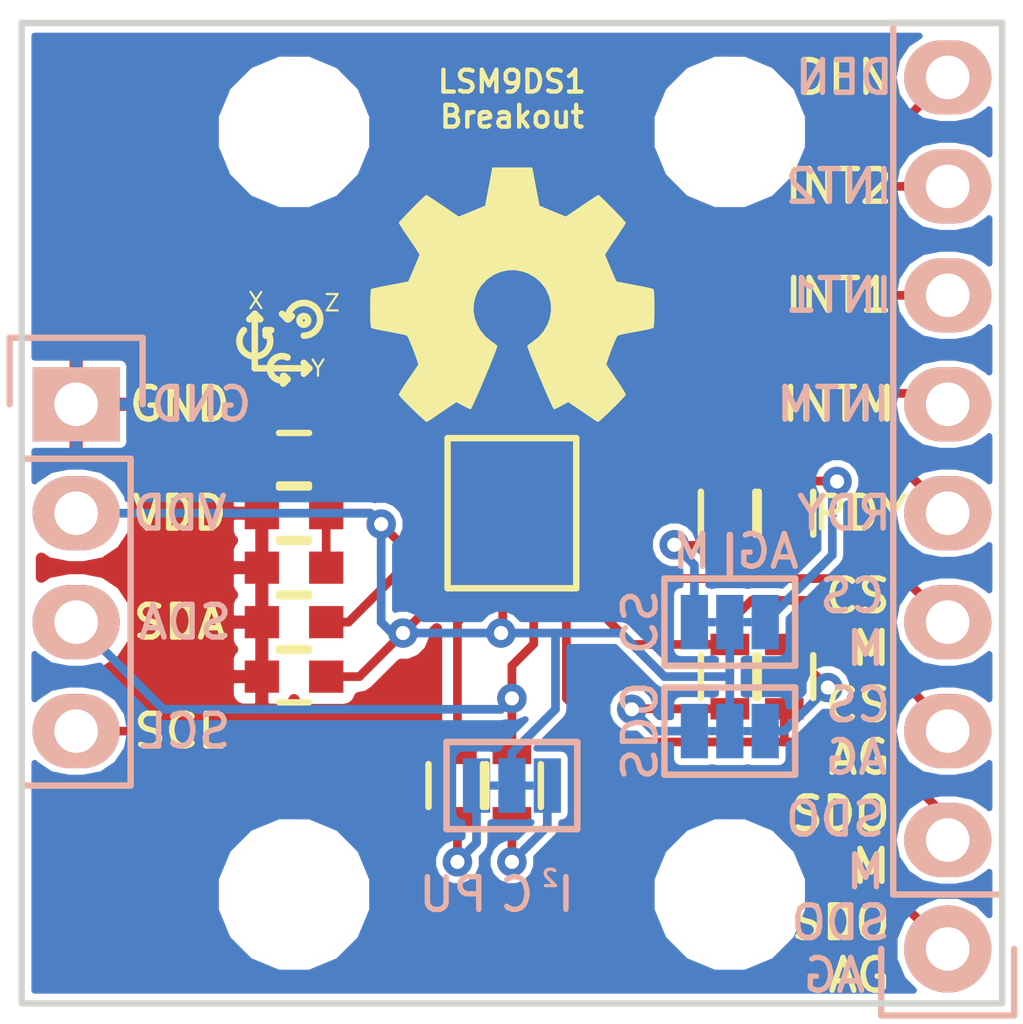
<source format=kicad_pcb>
(kicad_pcb (version 4) (host pcbnew 4.0.2-stable)

  (general
    (links 53)
    (no_connects 6)
    (area 120.694029 101.8026 156.165972 131.7574)
    (thickness 1.6)
    (drawings 81)
    (tracks 164)
    (zones 0)
    (modules 22)
    (nets 22)
  )

  (page A4)
  (layers
    (0 F.Cu signal hide)
    (31 B.Cu signal)
    (32 B.Adhes user)
    (33 F.Adhes user)
    (34 B.Paste user)
    (35 F.Paste user)
    (36 B.SilkS user)
    (37 F.SilkS user)
    (38 B.Mask user)
    (39 F.Mask user)
    (40 Dwgs.User user)
    (41 Cmts.User user)
    (42 Eco1.User user)
    (43 Eco2.User user)
    (44 Edge.Cuts user)
    (45 Margin user)
    (46 B.CrtYd user)
    (47 F.CrtYd user)
    (48 B.Fab user)
    (49 F.Fab user)
  )

  (setup
    (last_trace_width 0.1524)
    (user_trace_width 0.1524)
    (user_trace_width 0.2032)
    (user_trace_width 0.254)
    (trace_clearance 0.1524)
    (zone_clearance 0.254)
    (zone_45_only no)
    (trace_min 0.1524)
    (segment_width 0.1524)
    (edge_width 0.15)
    (via_size 0.6858)
    (via_drill 0.3302)
    (via_min_size 0.6858)
    (via_min_drill 0.3302)
    (user_via 0.6858 0.3302)
    (uvia_size 0.6858)
    (uvia_drill 0.3302)
    (uvias_allowed no)
    (uvia_min_size 0.6858)
    (uvia_min_drill 0.3302)
    (pcb_text_width 0.3)
    (pcb_text_size 1.5 1.5)
    (mod_edge_width 0.15)
    (mod_text_size 1 1)
    (mod_text_width 0.15)
    (pad_size 2.032 2.032)
    (pad_drill 1.016)
    (pad_to_mask_clearance 0.2)
    (aux_axis_origin 0 0)
    (visible_elements 7FFFFF7F)
    (pcbplotparams
      (layerselection 0x00030_80000001)
      (usegerberextensions false)
      (excludeedgelayer true)
      (linewidth 0.100000)
      (plotframeref false)
      (viasonmask false)
      (mode 1)
      (useauxorigin false)
      (hpglpennumber 1)
      (hpglpenspeed 20)
      (hpglpendiameter 15)
      (hpglpenoverlay 2)
      (psnegative false)
      (psa4output false)
      (plotreference true)
      (plotvalue true)
      (plotinvisibletext false)
      (padsonsilk false)
      (subtractmaskfromsilk false)
      (outputformat 1)
      (mirror false)
      (drillshape 1)
      (scaleselection 1)
      (outputdirectory ""))
  )

  (net 0 "")
  (net 1 VDD)
  (net 2 GND)
  (net 3 "Net-(C3-Pad1)")
  (net 4 "Net-(C5-Pad1)")
  (net 5 "Net-(JP1-Pad1)")
  (net 6 "Net-(JP1-Pad3)")
  (net 7 "Net-(JP2-Pad1)")
  (net 8 "Net-(JP2-Pad3)")
  (net 9 "Net-(JP3-Pad1)")
  (net 10 "Net-(JP3-Pad3)")
  (net 11 SDA)
  (net 12 SCL)
  (net 13 SDO_A/G)
  (net 14 SDO_M)
  (net 15 CS_A/G)
  (net 16 CS_M)
  (net 17 DRDY_M)
  (net 18 INT_M)
  (net 19 INT1_A/G)
  (net 20 INT2_A/G)
  (net 21 DEN_A/G)

  (net_class Default "This is the default net class."
    (clearance 0.1524)
    (trace_width 0.1524)
    (via_dia 0.6858)
    (via_drill 0.3302)
    (uvia_dia 0.6858)
    (uvia_drill 0.3302)
    (add_net CS_A/G)
    (add_net CS_M)
    (add_net DEN_A/G)
    (add_net DRDY_M)
    (add_net GND)
    (add_net INT1_A/G)
    (add_net INT2_A/G)
    (add_net INT_M)
    (add_net "Net-(C3-Pad1)")
    (add_net "Net-(C5-Pad1)")
    (add_net "Net-(JP1-Pad1)")
    (add_net "Net-(JP1-Pad3)")
    (add_net "Net-(JP2-Pad1)")
    (add_net "Net-(JP2-Pad3)")
    (add_net "Net-(JP3-Pad1)")
    (add_net "Net-(JP3-Pad3)")
    (add_net SCL)
    (add_net SDA)
    (add_net SDO_A/G)
    (add_net SDO_M)
    (add_net VDD)
  )

  (module Pin_Headers:Pin_Header_Straight_1x04 (layer B.Cu) (tedit 57C10736) (tstamp 57C1074C)
    (at 128.27 113.03 180)
    (descr "Through hole pin header")
    (tags "pin header")
    (path /57C108A1)
    (fp_text reference P1 (at 0 5.1 180) (layer B.SilkS) hide
      (effects (font (size 1 1) (thickness 0.15)) (justify mirror))
    )
    (fp_text value CONN_01X04 (at 0 3.1 180) (layer B.Fab) hide
      (effects (font (size 1 1) (thickness 0.15)) (justify mirror))
    )
    (fp_line (start -1.75 1.75) (end -1.75 -9.4) (layer B.CrtYd) (width 0.05))
    (fp_line (start 1.75 1.75) (end 1.75 -9.4) (layer B.CrtYd) (width 0.05))
    (fp_line (start -1.75 1.75) (end 1.75 1.75) (layer B.CrtYd) (width 0.05))
    (fp_line (start -1.75 -9.4) (end 1.75 -9.4) (layer B.CrtYd) (width 0.05))
    (fp_line (start -1.27 -1.27) (end -1.27 -8.89) (layer B.SilkS) (width 0.15))
    (fp_line (start 1.27 -1.27) (end 1.27 -8.89) (layer B.SilkS) (width 0.15))
    (fp_line (start 1.55 1.55) (end 1.55 0) (layer B.SilkS) (width 0.15))
    (fp_line (start -1.27 -8.89) (end 1.27 -8.89) (layer B.SilkS) (width 0.15))
    (fp_line (start 1.27 -1.27) (end -1.27 -1.27) (layer B.SilkS) (width 0.15))
    (fp_line (start -1.55 0) (end -1.55 1.55) (layer B.SilkS) (width 0.15))
    (fp_line (start -1.55 1.55) (end 1.55 1.55) (layer B.SilkS) (width 0.15))
    (pad 1 thru_hole rect (at 0 0 180) (size 2.032 1.7272) (drill 1.016) (layers *.Cu *.Mask B.SilkS)
      (net 2 GND))
    (pad 2 thru_hole oval (at 0 -2.54 180) (size 2.032 1.7272) (drill 1.016) (layers *.Cu *.Mask B.SilkS)
      (net 1 VDD))
    (pad 3 thru_hole oval (at 0 -5.08 180) (size 2.032 1.7272) (drill 1.016) (layers *.Cu *.Mask B.SilkS)
      (net 11 SDA))
    (pad 4 thru_hole oval (at 0 -7.62 180) (size 2.032 1.7272) (drill 1.016) (layers *.Cu *.Mask B.SilkS)
      (net 12 SCL))
    (model Pin_Headers.3dshapes/Pin_Header_Straight_1x04.wrl
      (at (xyz 0 -0.15 0))
      (scale (xyz 1 1 1))
      (rotate (xyz 0 0 90))
    )
  )

  (module Capacitors_SMD:C_0603 (layer F.Cu) (tedit 57C12770) (tstamp 57C106F4)
    (at 133.35 119.38 180)
    (descr "Capacitor SMD 0603, reflow soldering, AVX (see smccp.pdf)")
    (tags "capacitor 0603")
    (path /57C0F846)
    (attr smd)
    (fp_text reference C1 (at 0 -1.9 180) (layer F.SilkS) hide
      (effects (font (size 1 1) (thickness 0.15)))
    )
    (fp_text value 0.1u (at 0 1.9 180) (layer F.Fab) hide
      (effects (font (size 1 1) (thickness 0.15)))
    )
    (fp_line (start -1.45 -0.75) (end 1.45 -0.75) (layer F.CrtYd) (width 0.05))
    (fp_line (start -1.45 0.75) (end 1.45 0.75) (layer F.CrtYd) (width 0.05))
    (fp_line (start -1.45 -0.75) (end -1.45 0.75) (layer F.CrtYd) (width 0.05))
    (fp_line (start 1.45 -0.75) (end 1.45 0.75) (layer F.CrtYd) (width 0.05))
    (fp_line (start -0.35 -0.6) (end 0.35 -0.6) (layer F.SilkS) (width 0.15))
    (fp_line (start 0.35 0.6) (end -0.35 0.6) (layer F.SilkS) (width 0.15))
    (pad 1 smd rect (at -0.75 0 180) (size 0.8 0.75) (layers F.Cu F.Paste F.Mask)
      (net 1 VDD))
    (pad 2 smd rect (at 0.75 0 180) (size 0.8 0.75) (layers F.Cu F.Paste F.Mask)
      (net 2 GND))
    (model Capacitors_SMD.3dshapes/C_0603.wrl
      (at (xyz 0 0 0))
      (scale (xyz 1 1 1))
      (rotate (xyz 0 0 0))
    )
  )

  (module Capacitors_SMD:C_0603 (layer F.Cu) (tedit 57C12768) (tstamp 57C10700)
    (at 133.35 116.84 180)
    (descr "Capacitor SMD 0603, reflow soldering, AVX (see smccp.pdf)")
    (tags "capacitor 0603")
    (path /57C0F822)
    (attr smd)
    (fp_text reference C2 (at 0 -1.9 180) (layer F.SilkS) hide
      (effects (font (size 1 1) (thickness 0.15)))
    )
    (fp_text value 0.1u (at 0 1.9 180) (layer F.Fab) hide
      (effects (font (size 1 1) (thickness 0.15)))
    )
    (fp_line (start -1.45 -0.75) (end 1.45 -0.75) (layer F.CrtYd) (width 0.05))
    (fp_line (start -1.45 0.75) (end 1.45 0.75) (layer F.CrtYd) (width 0.05))
    (fp_line (start -1.45 -0.75) (end -1.45 0.75) (layer F.CrtYd) (width 0.05))
    (fp_line (start 1.45 -0.75) (end 1.45 0.75) (layer F.CrtYd) (width 0.05))
    (fp_line (start -0.35 -0.6) (end 0.35 -0.6) (layer F.SilkS) (width 0.15))
    (fp_line (start 0.35 0.6) (end -0.35 0.6) (layer F.SilkS) (width 0.15))
    (pad 1 smd rect (at -0.75 0 180) (size 0.8 0.75) (layers F.Cu F.Paste F.Mask)
      (net 1 VDD))
    (pad 2 smd rect (at 0.75 0 180) (size 0.8 0.75) (layers F.Cu F.Paste F.Mask)
      (net 2 GND))
    (model Capacitors_SMD.3dshapes/C_0603.wrl
      (at (xyz 0 0 0))
      (scale (xyz 1 1 1))
      (rotate (xyz 0 0 0))
    )
  )

  (module Capacitors_SMD:C_0603 (layer F.Cu) (tedit 57C1276C) (tstamp 57C1070C)
    (at 133.35 118.11 180)
    (descr "Capacitor SMD 0603, reflow soldering, AVX (see smccp.pdf)")
    (tags "capacitor 0603")
    (path /57C0F77A)
    (attr smd)
    (fp_text reference C3 (at 0 -1.9 180) (layer F.SilkS) hide
      (effects (font (size 1 1) (thickness 0.15)))
    )
    (fp_text value 0.1u (at 0 1.9 180) (layer F.Fab) hide
      (effects (font (size 1 1) (thickness 0.15)))
    )
    (fp_line (start -1.45 -0.75) (end 1.45 -0.75) (layer F.CrtYd) (width 0.05))
    (fp_line (start -1.45 0.75) (end 1.45 0.75) (layer F.CrtYd) (width 0.05))
    (fp_line (start -1.45 -0.75) (end -1.45 0.75) (layer F.CrtYd) (width 0.05))
    (fp_line (start 1.45 -0.75) (end 1.45 0.75) (layer F.CrtYd) (width 0.05))
    (fp_line (start -0.35 -0.6) (end 0.35 -0.6) (layer F.SilkS) (width 0.15))
    (fp_line (start 0.35 0.6) (end -0.35 0.6) (layer F.SilkS) (width 0.15))
    (pad 1 smd rect (at -0.75 0 180) (size 0.8 0.75) (layers F.Cu F.Paste F.Mask)
      (net 3 "Net-(C3-Pad1)"))
    (pad 2 smd rect (at 0.75 0 180) (size 0.8 0.75) (layers F.Cu F.Paste F.Mask)
      (net 2 GND))
    (model Capacitors_SMD.3dshapes/C_0603.wrl
      (at (xyz 0 0 0))
      (scale (xyz 1 1 1))
      (rotate (xyz 0 0 0))
    )
  )

  (module Capacitors_SMD:C_0603 (layer F.Cu) (tedit 57C12763) (tstamp 57C10718)
    (at 133.35 115.57 180)
    (descr "Capacitor SMD 0603, reflow soldering, AVX (see smccp.pdf)")
    (tags "capacitor 0603")
    (path /57C0F86B)
    (attr smd)
    (fp_text reference C4 (at 0 -1.9 180) (layer F.SilkS) hide
      (effects (font (size 1 1) (thickness 0.15)))
    )
    (fp_text value 10u (at 0 1.9 180) (layer F.Fab) hide
      (effects (font (size 1 1) (thickness 0.15)))
    )
    (fp_line (start -1.45 -0.75) (end 1.45 -0.75) (layer F.CrtYd) (width 0.05))
    (fp_line (start -1.45 0.75) (end 1.45 0.75) (layer F.CrtYd) (width 0.05))
    (fp_line (start -1.45 -0.75) (end -1.45 0.75) (layer F.CrtYd) (width 0.05))
    (fp_line (start 1.45 -0.75) (end 1.45 0.75) (layer F.CrtYd) (width 0.05))
    (fp_line (start -0.35 -0.6) (end 0.35 -0.6) (layer F.SilkS) (width 0.15))
    (fp_line (start 0.35 0.6) (end -0.35 0.6) (layer F.SilkS) (width 0.15))
    (pad 1 smd rect (at -0.75 0 180) (size 0.8 0.75) (layers F.Cu F.Paste F.Mask)
      (net 1 VDD))
    (pad 2 smd rect (at 0.75 0 180) (size 0.8 0.75) (layers F.Cu F.Paste F.Mask)
      (net 2 GND))
    (model Capacitors_SMD.3dshapes/C_0603.wrl
      (at (xyz 0 0 0))
      (scale (xyz 1 1 1))
      (rotate (xyz 0 0 0))
    )
  )

  (module Capacitors_SMD:C_0603 (layer F.Cu) (tedit 57C1275D) (tstamp 57C10724)
    (at 133.35 114.3 180)
    (descr "Capacitor SMD 0603, reflow soldering, AVX (see smccp.pdf)")
    (tags "capacitor 0603")
    (path /57C0F7EF)
    (attr smd)
    (fp_text reference C5 (at 0 -1.9 180) (layer F.SilkS) hide
      (effects (font (size 1 1) (thickness 0.15)))
    )
    (fp_text value 10n (at 0 1.9 180) (layer F.Fab) hide
      (effects (font (size 1 1) (thickness 0.15)))
    )
    (fp_line (start -1.45 -0.75) (end 1.45 -0.75) (layer F.CrtYd) (width 0.05))
    (fp_line (start -1.45 0.75) (end 1.45 0.75) (layer F.CrtYd) (width 0.05))
    (fp_line (start -1.45 -0.75) (end -1.45 0.75) (layer F.CrtYd) (width 0.05))
    (fp_line (start 1.45 -0.75) (end 1.45 0.75) (layer F.CrtYd) (width 0.05))
    (fp_line (start -0.35 -0.6) (end 0.35 -0.6) (layer F.SilkS) (width 0.15))
    (fp_line (start 0.35 0.6) (end -0.35 0.6) (layer F.SilkS) (width 0.15))
    (pad 1 smd rect (at -0.75 0 180) (size 0.8 0.75) (layers F.Cu F.Paste F.Mask)
      (net 4 "Net-(C5-Pad1)"))
    (pad 2 smd rect (at 0.75 0 180) (size 0.8 0.75) (layers F.Cu F.Paste F.Mask)
      (net 2 GND))
    (model Capacitors_SMD.3dshapes/C_0603.wrl
      (at (xyz 0 0 0))
      (scale (xyz 1 1 1))
      (rotate (xyz 0 0 0))
    )
  )

  (module Pin_Headers:Pin_Header_Straight_1x09 (layer B.Cu) (tedit 57C10B64) (tstamp 57C10764)
    (at 148.59 125.73)
    (descr "Through hole pin header")
    (tags "pin header")
    (path /57C10A1A)
    (fp_text reference P2 (at 0 5.1) (layer B.SilkS) hide
      (effects (font (size 1 1) (thickness 0.15)) (justify mirror))
    )
    (fp_text value CONN_01X09 (at 0 3.1) (layer B.Fab) hide
      (effects (font (size 1 1) (thickness 0.15)) (justify mirror))
    )
    (fp_line (start -1.75 1.75) (end -1.75 -22.1) (layer B.CrtYd) (width 0.05))
    (fp_line (start 1.75 1.75) (end 1.75 -22.1) (layer B.CrtYd) (width 0.05))
    (fp_line (start -1.75 1.75) (end 1.75 1.75) (layer B.CrtYd) (width 0.05))
    (fp_line (start -1.75 -22.1) (end 1.75 -22.1) (layer B.CrtYd) (width 0.05))
    (fp_line (start 1.27 -1.27) (end 1.27 -21.59) (layer B.SilkS) (width 0.15))
    (fp_line (start 1.27 -21.59) (end -1.27 -21.59) (layer B.SilkS) (width 0.15))
    (fp_line (start -1.27 -21.59) (end -1.27 -1.27) (layer B.SilkS) (width 0.15))
    (fp_line (start 1.55 1.55) (end 1.55 0) (layer B.SilkS) (width 0.15))
    (fp_line (start 1.27 -1.27) (end -1.27 -1.27) (layer B.SilkS) (width 0.15))
    (fp_line (start -1.55 0) (end -1.55 1.55) (layer B.SilkS) (width 0.15))
    (fp_line (start -1.55 1.55) (end 1.55 1.55) (layer B.SilkS) (width 0.15))
    (pad 1 thru_hole circle (at 0 0) (size 2.032 2.032) (drill 1.016) (layers *.Cu *.Mask B.SilkS)
      (net 13 SDO_A/G))
    (pad 2 thru_hole oval (at 0 -2.54) (size 2.032 1.7272) (drill 1.016) (layers *.Cu *.Mask B.SilkS)
      (net 14 SDO_M))
    (pad 3 thru_hole oval (at 0 -5.08) (size 2.032 1.7272) (drill 1.016) (layers *.Cu *.Mask B.SilkS)
      (net 15 CS_A/G))
    (pad 4 thru_hole oval (at 0 -7.62) (size 2.032 1.7272) (drill 1.016) (layers *.Cu *.Mask B.SilkS)
      (net 16 CS_M))
    (pad 5 thru_hole oval (at 0 -10.16) (size 2.032 1.7272) (drill 1.016) (layers *.Cu *.Mask B.SilkS)
      (net 17 DRDY_M))
    (pad 6 thru_hole oval (at 0 -12.7) (size 2.032 1.7272) (drill 1.016) (layers *.Cu *.Mask B.SilkS)
      (net 18 INT_M))
    (pad 7 thru_hole oval (at 0 -15.24) (size 2.032 1.7272) (drill 1.016) (layers *.Cu *.Mask B.SilkS)
      (net 19 INT1_A/G))
    (pad 8 thru_hole oval (at 0 -17.78) (size 2.032 1.7272) (drill 1.016) (layers *.Cu *.Mask B.SilkS)
      (net 20 INT2_A/G))
    (pad 9 thru_hole oval (at 0 -20.32) (size 2.032 1.7272) (drill 1.016) (layers *.Cu *.Mask B.SilkS)
      (net 21 DEN_A/G))
    (model Pin_Headers.3dshapes/Pin_Header_Straight_1x09.wrl
      (at (xyz 0 -0.4 0))
      (scale (xyz 1 1 1))
      (rotate (xyz 0 0 90))
    )
  )

  (module Resistors_SMD:R_0603 (layer F.Cu) (tedit 57C12799) (tstamp 57C10770)
    (at 144.78 115.57 270)
    (descr "Resistor SMD 0603, reflow soldering, Vishay (see dcrcw.pdf)")
    (tags "resistor 0603")
    (path /57C11956)
    (attr smd)
    (fp_text reference R1 (at 0 -1.9 270) (layer F.SilkS) hide
      (effects (font (size 1 1) (thickness 0.15)))
    )
    (fp_text value 10k (at 0 1.9 270) (layer F.Fab) hide
      (effects (font (size 1 1) (thickness 0.15)))
    )
    (fp_line (start -1.3 -0.8) (end 1.3 -0.8) (layer F.CrtYd) (width 0.05))
    (fp_line (start -1.3 0.8) (end 1.3 0.8) (layer F.CrtYd) (width 0.05))
    (fp_line (start -1.3 -0.8) (end -1.3 0.8) (layer F.CrtYd) (width 0.05))
    (fp_line (start 1.3 -0.8) (end 1.3 0.8) (layer F.CrtYd) (width 0.05))
    (fp_line (start 0.5 0.675) (end -0.5 0.675) (layer F.SilkS) (width 0.15))
    (fp_line (start -0.5 -0.675) (end 0.5 -0.675) (layer F.SilkS) (width 0.15))
    (pad 1 smd rect (at -0.75 0 270) (size 0.5 0.9) (layers F.Cu F.Paste F.Mask)
      (net 6 "Net-(JP1-Pad3)"))
    (pad 2 smd rect (at 0.75 0 270) (size 0.5 0.9) (layers F.Cu F.Paste F.Mask)
      (net 15 CS_A/G))
    (model Resistors_SMD.3dshapes/R_0603.wrl
      (at (xyz 0 0 0))
      (scale (xyz 1 1 1))
      (rotate (xyz 0 0 0))
    )
  )

  (module Resistors_SMD:R_0603 (layer F.Cu) (tedit 57C12790) (tstamp 57C1077C)
    (at 144.78 119.38 270)
    (descr "Resistor SMD 0603, reflow soldering, Vishay (see dcrcw.pdf)")
    (tags "resistor 0603")
    (path /57C11AC8)
    (attr smd)
    (fp_text reference R2 (at 0 -1.9 270) (layer F.SilkS) hide
      (effects (font (size 1 1) (thickness 0.15)))
    )
    (fp_text value 10k (at 0 1.9 270) (layer F.Fab) hide
      (effects (font (size 1 1) (thickness 0.15)))
    )
    (fp_line (start -1.3 -0.8) (end 1.3 -0.8) (layer F.CrtYd) (width 0.05))
    (fp_line (start -1.3 0.8) (end 1.3 0.8) (layer F.CrtYd) (width 0.05))
    (fp_line (start -1.3 -0.8) (end -1.3 0.8) (layer F.CrtYd) (width 0.05))
    (fp_line (start 1.3 -0.8) (end 1.3 0.8) (layer F.CrtYd) (width 0.05))
    (fp_line (start 0.5 0.675) (end -0.5 0.675) (layer F.SilkS) (width 0.15))
    (fp_line (start -0.5 -0.675) (end 0.5 -0.675) (layer F.SilkS) (width 0.15))
    (pad 1 smd rect (at -0.75 0 270) (size 0.5 0.9) (layers F.Cu F.Paste F.Mask)
      (net 8 "Net-(JP2-Pad3)"))
    (pad 2 smd rect (at 0.75 0 270) (size 0.5 0.9) (layers F.Cu F.Paste F.Mask)
      (net 13 SDO_A/G))
    (model Resistors_SMD.3dshapes/R_0603.wrl
      (at (xyz 0 0 0))
      (scale (xyz 1 1 1))
      (rotate (xyz 0 0 0))
    )
  )

  (module Resistors_SMD:R_0603 (layer F.Cu) (tedit 57C12780) (tstamp 57C10788)
    (at 137.16 121.92 90)
    (descr "Resistor SMD 0603, reflow soldering, Vishay (see dcrcw.pdf)")
    (tags "resistor 0603")
    (path /57C11B2D)
    (attr smd)
    (fp_text reference R3 (at 0 -1.9 90) (layer F.SilkS) hide
      (effects (font (size 1 1) (thickness 0.15)))
    )
    (fp_text value 10k (at 0 1.9 90) (layer F.Fab) hide
      (effects (font (size 1 1) (thickness 0.15)))
    )
    (fp_line (start -1.3 -0.8) (end 1.3 -0.8) (layer F.CrtYd) (width 0.05))
    (fp_line (start -1.3 0.8) (end 1.3 0.8) (layer F.CrtYd) (width 0.05))
    (fp_line (start -1.3 -0.8) (end -1.3 0.8) (layer F.CrtYd) (width 0.05))
    (fp_line (start 1.3 -0.8) (end 1.3 0.8) (layer F.CrtYd) (width 0.05))
    (fp_line (start 0.5 0.675) (end -0.5 0.675) (layer F.SilkS) (width 0.15))
    (fp_line (start -0.5 -0.675) (end 0.5 -0.675) (layer F.SilkS) (width 0.15))
    (pad 1 smd rect (at -0.75 0 90) (size 0.5 0.9) (layers F.Cu F.Paste F.Mask)
      (net 10 "Net-(JP3-Pad3)"))
    (pad 2 smd rect (at 0.75 0 90) (size 0.5 0.9) (layers F.Cu F.Paste F.Mask)
      (net 12 SCL))
    (model Resistors_SMD.3dshapes/R_0603.wrl
      (at (xyz 0 0 0))
      (scale (xyz 1 1 1))
      (rotate (xyz 0 0 0))
    )
  )

  (module Resistors_SMD:R_0603 (layer F.Cu) (tedit 57C12794) (tstamp 57C10794)
    (at 143.51 115.57 90)
    (descr "Resistor SMD 0603, reflow soldering, Vishay (see dcrcw.pdf)")
    (tags "resistor 0603")
    (path /57C119DB)
    (attr smd)
    (fp_text reference R4 (at 0 -1.9 90) (layer F.SilkS) hide
      (effects (font (size 1 1) (thickness 0.15)))
    )
    (fp_text value 10k (at 0 1.9 90) (layer F.Fab) hide
      (effects (font (size 1 1) (thickness 0.15)))
    )
    (fp_line (start -1.3 -0.8) (end 1.3 -0.8) (layer F.CrtYd) (width 0.05))
    (fp_line (start -1.3 0.8) (end 1.3 0.8) (layer F.CrtYd) (width 0.05))
    (fp_line (start -1.3 -0.8) (end -1.3 0.8) (layer F.CrtYd) (width 0.05))
    (fp_line (start 1.3 -0.8) (end 1.3 0.8) (layer F.CrtYd) (width 0.05))
    (fp_line (start 0.5 0.675) (end -0.5 0.675) (layer F.SilkS) (width 0.15))
    (fp_line (start -0.5 -0.675) (end 0.5 -0.675) (layer F.SilkS) (width 0.15))
    (pad 1 smd rect (at -0.75 0 90) (size 0.5 0.9) (layers F.Cu F.Paste F.Mask)
      (net 5 "Net-(JP1-Pad1)"))
    (pad 2 smd rect (at 0.75 0 90) (size 0.5 0.9) (layers F.Cu F.Paste F.Mask)
      (net 16 CS_M))
    (model Resistors_SMD.3dshapes/R_0603.wrl
      (at (xyz 0 0 0))
      (scale (xyz 1 1 1))
      (rotate (xyz 0 0 0))
    )
  )

  (module Resistors_SMD:R_0603 (layer F.Cu) (tedit 57C1278C) (tstamp 57C107A0)
    (at 143.51 119.38 90)
    (descr "Resistor SMD 0603, reflow soldering, Vishay (see dcrcw.pdf)")
    (tags "resistor 0603")
    (path /57C11A56)
    (attr smd)
    (fp_text reference R5 (at 0 -1.9 90) (layer F.SilkS) hide
      (effects (font (size 1 1) (thickness 0.15)))
    )
    (fp_text value 10k (at 0 1.9 90) (layer F.Fab) hide
      (effects (font (size 1 1) (thickness 0.15)))
    )
    (fp_line (start -1.3 -0.8) (end 1.3 -0.8) (layer F.CrtYd) (width 0.05))
    (fp_line (start -1.3 0.8) (end 1.3 0.8) (layer F.CrtYd) (width 0.05))
    (fp_line (start -1.3 -0.8) (end -1.3 0.8) (layer F.CrtYd) (width 0.05))
    (fp_line (start 1.3 -0.8) (end 1.3 0.8) (layer F.CrtYd) (width 0.05))
    (fp_line (start 0.5 0.675) (end -0.5 0.675) (layer F.SilkS) (width 0.15))
    (fp_line (start -0.5 -0.675) (end 0.5 -0.675) (layer F.SilkS) (width 0.15))
    (pad 1 smd rect (at -0.75 0 90) (size 0.5 0.9) (layers F.Cu F.Paste F.Mask)
      (net 7 "Net-(JP2-Pad1)"))
    (pad 2 smd rect (at 0.75 0 90) (size 0.5 0.9) (layers F.Cu F.Paste F.Mask)
      (net 14 SDO_M))
    (model Resistors_SMD.3dshapes/R_0603.wrl
      (at (xyz 0 0 0))
      (scale (xyz 1 1 1))
      (rotate (xyz 0 0 0))
    )
  )

  (module Resistors_SMD:R_0603 (layer F.Cu) (tedit 57C12785) (tstamp 57C107AC)
    (at 138.43 121.92 90)
    (descr "Resistor SMD 0603, reflow soldering, Vishay (see dcrcw.pdf)")
    (tags "resistor 0603")
    (path /57C11BCB)
    (attr smd)
    (fp_text reference R6 (at 0 -1.9 90) (layer F.SilkS) hide
      (effects (font (size 1 1) (thickness 0.15)))
    )
    (fp_text value 10k (at 0 1.9 90) (layer F.Fab) hide
      (effects (font (size 1 1) (thickness 0.15)))
    )
    (fp_line (start -1.3 -0.8) (end 1.3 -0.8) (layer F.CrtYd) (width 0.05))
    (fp_line (start -1.3 0.8) (end 1.3 0.8) (layer F.CrtYd) (width 0.05))
    (fp_line (start -1.3 -0.8) (end -1.3 0.8) (layer F.CrtYd) (width 0.05))
    (fp_line (start 1.3 -0.8) (end 1.3 0.8) (layer F.CrtYd) (width 0.05))
    (fp_line (start 0.5 0.675) (end -0.5 0.675) (layer F.SilkS) (width 0.15))
    (fp_line (start -0.5 -0.675) (end 0.5 -0.675) (layer F.SilkS) (width 0.15))
    (pad 1 smd rect (at -0.75 0 90) (size 0.5 0.9) (layers F.Cu F.Paste F.Mask)
      (net 9 "Net-(JP3-Pad1)"))
    (pad 2 smd rect (at 0.75 0 90) (size 0.5 0.9) (layers F.Cu F.Paste F.Mask)
      (net 11 SDA))
    (model Resistors_SMD.3dshapes/R_0603.wrl
      (at (xyz 0 0 0))
      (scale (xyz 1 1 1))
      (rotate (xyz 0 0 0))
    )
  )

  (module lsm9ds1_breakout:LGA-24-3.5X3X1mm (layer F.Cu) (tedit 57C106AC) (tstamp 57C107CC)
    (at 138.43 115.57 90)
    (path /57C0F712)
    (fp_text reference U1 (at 0 6.35 90) (layer F.SilkS) hide
      (effects (font (size 1 1) (thickness 0.15)))
    )
    (fp_text value LSM9DS1 (at 0 -6.858 90) (layer F.Fab) hide
      (effects (font (size 1 1) (thickness 0.15)))
    )
    (fp_line (start -1.75 -1.5) (end 1.75 -1.5) (layer F.SilkS) (width 0.15))
    (fp_line (start 1.75 -1.5) (end 1.75 1.5) (layer F.SilkS) (width 0.15))
    (fp_line (start 1.75 1.5) (end -1.75 1.5) (layer F.SilkS) (width 0.15))
    (fp_line (start -1.75 1.5) (end -1.75 -1.5) (layer F.SilkS) (width 0.15))
    (pad 18 smd rect (at 1.505 -1.25 90) (size 0.28 0.4) (layers F.Cu F.Paste F.Mask)
      (net 2 GND))
    (pad 19 smd rect (at 1.075 -1.25 90) (size 0.28 0.4) (layers F.Cu F.Paste F.Mask)
      (net 2 GND))
    (pad 20 smd rect (at 0.645 -1.25 90) (size 0.28 0.4) (layers F.Cu F.Paste F.Mask)
      (net 2 GND))
    (pad 21 smd rect (at 0.215 -1.25 90) (size 0.28 0.4) (layers F.Cu F.Paste F.Mask)
      (net 4 "Net-(C5-Pad1)"))
    (pad 1 smd rect (at -1.505 -1.25 90) (size 0.28 0.4) (layers F.Cu F.Paste F.Mask)
      (net 1 VDD))
    (pad 24 smd rect (at -1.075 -1.25 90) (size 0.28 0.4) (layers F.Cu F.Paste F.Mask)
      (net 3 "Net-(C3-Pad1)"))
    (pad 23 smd rect (at -0.645 -1.25 90) (size 0.28 0.4) (layers F.Cu F.Paste F.Mask)
      (net 1 VDD))
    (pad 22 smd rect (at -0.215 -1.25 90) (size 0.28 0.4) (layers F.Cu F.Paste F.Mask)
      (net 1 VDD))
    (pad 2 smd rect (at -1.5 -0.645 90) (size 0.4 0.28) (layers F.Cu F.Paste F.Mask)
      (net 12 SCL))
    (pad 3 smd rect (at -1.5 -0.215 90) (size 0.4 0.28) (layers F.Cu F.Paste F.Mask)
      (net 1 VDD))
    (pad 4 smd rect (at -1.5 0.215 90) (size 0.4 0.28) (layers F.Cu F.Paste F.Mask)
      (net 11 SDA))
    (pad 5 smd rect (at -1.5 0.645 90) (size 0.4 0.28) (layers F.Cu F.Paste F.Mask)
      (net 13 SDO_A/G))
    (pad 6 smd rect (at -1.505 1.25 90) (size 0.28 0.4) (layers F.Cu F.Paste F.Mask)
      (net 14 SDO_M))
    (pad 7 smd rect (at -1.075 1.25 90) (size 0.28 0.4) (layers F.Cu F.Paste F.Mask)
      (net 15 CS_A/G))
    (pad 8 smd rect (at -0.645 1.25 90) (size 0.28 0.4) (layers F.Cu F.Paste F.Mask)
      (net 16 CS_M))
    (pad 9 smd rect (at -0.215 1.25 90) (size 0.28 0.4) (layers F.Cu F.Paste F.Mask)
      (net 17 DRDY_M))
    (pad 10 smd rect (at 0.215 1.25 90) (size 0.28 0.4) (layers F.Cu F.Paste F.Mask)
      (net 18 INT_M))
    (pad 11 smd rect (at 0.645 1.25 90) (size 0.28 0.4) (layers F.Cu F.Paste F.Mask)
      (net 19 INT1_A/G))
    (pad 12 smd rect (at 1.075 1.25 90) (size 0.28 0.4) (layers F.Cu F.Paste F.Mask)
      (net 20 INT2_A/G))
    (pad 13 smd rect (at 1.505 1.25 90) (size 0.28 0.4) (layers F.Cu F.Paste F.Mask)
      (net 21 DEN_A/G))
    (pad 14 smd rect (at 1.5 0.645 90) (size 0.4 0.28) (layers F.Cu F.Paste F.Mask)
      (net 2 GND))
    (pad 15 smd rect (at 1.5 0.215 90) (size 0.4 0.28) (layers F.Cu F.Paste F.Mask)
      (net 2 GND))
    (pad 16 smd rect (at 1.5 -0.215 90) (size 0.4 0.28) (layers F.Cu F.Paste F.Mask)
      (net 2 GND))
    (pad 17 smd rect (at 1.5 -0.645 90) (size 0.4 0.28) (layers F.Cu F.Paste F.Mask)
      (net 2 GND))
  )

  (module lsm9ds1_breakout:jumper (layer B.Cu) (tedit 57C12498) (tstamp 57C11268)
    (at 143.51 118.11)
    (path /57C1150F)
    (fp_text reference JP1 (at 0 -1.524) (layer B.SilkS) hide
      (effects (font (size 1 1) (thickness 0.15)) (justify mirror))
    )
    (fp_text value JUMPER3 (at 0.254 3.302) (layer B.Fab) hide
      (effects (font (size 1 1) (thickness 0.15)) (justify mirror))
    )
    (pad 1 smd rect (at -0.8255 0) (size 0.635 1.27) (layers B.Cu B.Paste B.Mask)
      (net 5 "Net-(JP1-Pad1)"))
    (pad 2 smd rect (at 0 0) (size 0.635 1.27) (layers B.Cu B.Paste B.Mask)
      (net 1 VDD))
    (pad 3 smd rect (at 0.8255 0) (size 0.635 1.27) (layers B.Cu B.Paste B.Mask)
      (net 6 "Net-(JP1-Pad3)"))
    (pad 3 smd rect (at 0.41275 0) (size 0.1905 0.1905) (layers B.Cu B.Paste B.Mask)
      (net 6 "Net-(JP1-Pad3)"))
    (pad 1 smd rect (at -0.41275 0) (size 0.1905 0.1905) (layers B.Cu B.Paste B.Mask)
      (net 5 "Net-(JP1-Pad1)"))
  )

  (module lsm9ds1_breakout:jumper (layer B.Cu) (tedit 57C124A0) (tstamp 57C11271)
    (at 143.51 120.65)
    (path /57C11689)
    (fp_text reference JP2 (at 0 -1.524) (layer B.SilkS) hide
      (effects (font (size 1 1) (thickness 0.15)) (justify mirror))
    )
    (fp_text value JUMPER3 (at 0.254 3.302) (layer B.Fab) hide
      (effects (font (size 1 1) (thickness 0.15)) (justify mirror))
    )
    (pad 1 smd rect (at -0.8255 0) (size 0.635 1.27) (layers B.Cu B.Paste B.Mask)
      (net 7 "Net-(JP2-Pad1)"))
    (pad 2 smd rect (at 0 0) (size 0.635 1.27) (layers B.Cu B.Paste B.Mask)
      (net 1 VDD))
    (pad 3 smd rect (at 0.8255 0) (size 0.635 1.27) (layers B.Cu B.Paste B.Mask)
      (net 8 "Net-(JP2-Pad3)"))
    (pad 3 smd rect (at 0.41275 0) (size 0.1905 0.1905) (layers B.Cu B.Paste B.Mask)
      (net 8 "Net-(JP2-Pad3)"))
    (pad 1 smd rect (at -0.41275 0) (size 0.1905 0.1905) (layers B.Cu B.Paste B.Mask)
      (net 7 "Net-(JP2-Pad1)"))
  )

  (module lsm9ds1_breakout:jumper (layer B.Cu) (tedit 57C3995E) (tstamp 57C1127A)
    (at 138.43 121.92 180)
    (path /57C116B4)
    (fp_text reference JP3 (at 0 -1.524 180) (layer B.SilkS) hide
      (effects (font (size 1 1) (thickness 0.15)) (justify mirror))
    )
    (fp_text value JUMPER3 (at 0.254 3.302 180) (layer B.Fab) hide
      (effects (font (size 1 1) (thickness 0.15)) (justify mirror))
    )
    (pad 1 smd rect (at -0.8255 0 180) (size 0.635 1.27) (layers B.Cu B.Paste B.Mask)
      (net 9 "Net-(JP3-Pad1)"))
    (pad 2 smd rect (at 0 0 180) (size 0.635 1.27) (layers B.Cu B.Paste B.Mask)
      (net 1 VDD))
    (pad 3 smd rect (at 0.8255 0 180) (size 0.635 1.27) (layers B.Cu B.Paste B.Mask)
      (net 10 "Net-(JP3-Pad3)"))
    (pad 3 smd rect (at 0.41275 0 180) (size 0.1905 0.1905) (layers B.Cu B.Paste B.Mask)
      (net 10 "Net-(JP3-Pad3)"))
    (pad 1 smd rect (at -0.41275 0 180) (size 0.1905 0.1905) (layers B.Cu B.Paste B.Mask)
      (net 9 "Net-(JP3-Pad1)"))
  )

  (module Mounting_Holes:MountingHole_3.2mm_M3_DIN965 (layer F.Cu) (tedit 57C11A18) (tstamp 57C119FD)
    (at 133.35 124.46)
    (descr "Mounting Hole 3.2mm, no annular, M3, DIN965")
    (tags "mounting hole 3.2mm no annular m3 din965")
    (fp_text reference REF** (at 0 -3.8) (layer F.SilkS) hide
      (effects (font (size 1 1) (thickness 0.15)))
    )
    (fp_text value MountingHole_3.2mm_M3_DIN965 (at 0 3.8) (layer F.Fab) hide
      (effects (font (size 1 1) (thickness 0.15)))
    )
    (fp_circle (center 0 0) (end 2.8 0) (layer Cmts.User) (width 0.15))
    (fp_circle (center 0 0) (end 3.05 0) (layer F.CrtYd) (width 0.05))
    (pad 1 np_thru_hole circle (at 0 0) (size 3.2 3.2) (drill 3.2) (layers *.Cu *.Mask F.SilkS))
  )

  (module Mounting_Holes:MountingHole_3.2mm_M3_DIN965 (layer F.Cu) (tedit 57C11A5B) (tstamp 57C11A53)
    (at 143.51 124.46)
    (descr "Mounting Hole 3.2mm, no annular, M3, DIN965")
    (tags "mounting hole 3.2mm no annular m3 din965")
    (fp_text reference REF** (at 0 -3.8) (layer F.SilkS) hide
      (effects (font (size 1 1) (thickness 0.15)))
    )
    (fp_text value MountingHole_3.2mm_M3_DIN965 (at 0 3.8) (layer F.Fab) hide
      (effects (font (size 1 1) (thickness 0.15)))
    )
    (fp_circle (center 0 0) (end 2.8 0) (layer Cmts.User) (width 0.15))
    (fp_circle (center 0 0) (end 3.05 0) (layer F.CrtYd) (width 0.05))
    (pad 1 np_thru_hole circle (at 0 0) (size 3.2 3.2) (drill 3.2) (layers *.Cu *.Mask F.SilkS))
  )

  (module Mounting_Holes:MountingHole_3.2mm_M3_DIN965 (layer F.Cu) (tedit 57C11AD5) (tstamp 57C11ACA)
    (at 133.35 106.68)
    (descr "Mounting Hole 3.2mm, no annular, M3, DIN965")
    (tags "mounting hole 3.2mm no annular m3 din965")
    (fp_text reference REF** (at 0 -3.8) (layer F.SilkS) hide
      (effects (font (size 1 1) (thickness 0.15)))
    )
    (fp_text value MountingHole_3.2mm_M3_DIN965 (at 0 3.8) (layer F.Fab) hide
      (effects (font (size 1 1) (thickness 0.15)))
    )
    (fp_circle (center 0 0) (end 2.8 0) (layer Cmts.User) (width 0.15))
    (fp_circle (center 0 0) (end 3.05 0) (layer F.CrtYd) (width 0.05))
    (pad 1 np_thru_hole circle (at 0 0) (size 3.2 3.2) (drill 3.2) (layers *.Cu *.Mask F.SilkS))
  )

  (module Mounting_Holes:MountingHole_3.2mm_M3_DIN965 (layer F.Cu) (tedit 57C11AF2) (tstamp 57C11AD1)
    (at 143.51 106.68)
    (descr "Mounting Hole 3.2mm, no annular, M3, DIN965")
    (tags "mounting hole 3.2mm no annular m3 din965")
    (fp_text reference REF** (at 0 -3.8) (layer F.SilkS) hide
      (effects (font (size 1 1) (thickness 0.15)))
    )
    (fp_text value MountingHole_3.2mm_M3_DIN965 (at 0 3.8) (layer F.Fab) hide
      (effects (font (size 1 1) (thickness 0.15)))
    )
    (fp_circle (center 0 0) (end 2.8 0) (layer Cmts.User) (width 0.15))
    (fp_circle (center 0 0) (end 3.05 0) (layer F.CrtYd) (width 0.05))
    (pad 1 np_thru_hole circle (at 0 0) (size 3.2 3.2) (drill 3.2) (layers *.Cu *.Mask F.SilkS))
  )

  (module Symbols:OSHW-Symbol_6.7x6mm_SilkScreen (layer F.Cu) (tedit 57C12723) (tstamp 57C126FE)
    (at 138.43 110.49)
    (descr "Open Source Hardware Symbol")
    (tags "Logo Symbol OSHW")
    (attr virtual)
    (fp_text reference REF*** (at 0 0) (layer F.SilkS) hide
      (effects (font (size 1 1) (thickness 0.15)))
    )
    (fp_text value OSHW-Symbol_6.7x6mm_SilkScreen (at 0.75 0) (layer F.Fab) hide
      (effects (font (size 1 1) (thickness 0.15)))
    )
    (fp_poly (pts (xy 0.555814 -2.531069) (xy 0.639635 -2.086445) (xy 0.94892 -1.958947) (xy 1.258206 -1.831449)
      (xy 1.629246 -2.083754) (xy 1.733157 -2.154004) (xy 1.827087 -2.216728) (xy 1.906652 -2.269062)
      (xy 1.96747 -2.308143) (xy 2.005157 -2.331107) (xy 2.015421 -2.336058) (xy 2.03391 -2.323324)
      (xy 2.07342 -2.288118) (xy 2.129522 -2.234938) (xy 2.197787 -2.168282) (xy 2.273786 -2.092646)
      (xy 2.353092 -2.012528) (xy 2.431275 -1.932426) (xy 2.503907 -1.856836) (xy 2.566559 -1.790255)
      (xy 2.614803 -1.737182) (xy 2.64421 -1.702113) (xy 2.651241 -1.690377) (xy 2.641123 -1.66874)
      (xy 2.612759 -1.621338) (xy 2.569129 -1.552807) (xy 2.513218 -1.467785) (xy 2.448006 -1.370907)
      (xy 2.410219 -1.31565) (xy 2.341343 -1.214752) (xy 2.28014 -1.123701) (xy 2.229578 -1.04703)
      (xy 2.192628 -0.989272) (xy 2.172258 -0.954957) (xy 2.169197 -0.947746) (xy 2.176136 -0.927252)
      (xy 2.195051 -0.879487) (xy 2.223087 -0.811168) (xy 2.257391 -0.729011) (xy 2.295109 -0.63973)
      (xy 2.333387 -0.550042) (xy 2.36937 -0.466662) (xy 2.400206 -0.396306) (xy 2.423039 -0.34569)
      (xy 2.435017 -0.321529) (xy 2.435724 -0.320578) (xy 2.454531 -0.315964) (xy 2.504618 -0.305672)
      (xy 2.580793 -0.290713) (xy 2.677865 -0.272099) (xy 2.790643 -0.250841) (xy 2.856442 -0.238582)
      (xy 2.97695 -0.215638) (xy 3.085797 -0.193805) (xy 3.177476 -0.174278) (xy 3.246481 -0.158252)
      (xy 3.287304 -0.146921) (xy 3.295511 -0.143326) (xy 3.303548 -0.118994) (xy 3.310033 -0.064041)
      (xy 3.31497 0.015108) (xy 3.318364 0.112026) (xy 3.320218 0.220287) (xy 3.320538 0.333465)
      (xy 3.319327 0.445135) (xy 3.31659 0.548868) (xy 3.312331 0.638241) (xy 3.306555 0.706826)
      (xy 3.299267 0.748197) (xy 3.294895 0.75681) (xy 3.268764 0.767133) (xy 3.213393 0.781892)
      (xy 3.136107 0.799352) (xy 3.04423 0.81778) (xy 3.012158 0.823741) (xy 2.857524 0.852066)
      (xy 2.735375 0.874876) (xy 2.641673 0.89308) (xy 2.572384 0.907583) (xy 2.523471 0.919292)
      (xy 2.490897 0.929115) (xy 2.470628 0.937956) (xy 2.458626 0.946724) (xy 2.456947 0.948457)
      (xy 2.440184 0.976371) (xy 2.414614 1.030695) (xy 2.382788 1.104777) (xy 2.34726 1.191965)
      (xy 2.310583 1.285608) (xy 2.275311 1.379052) (xy 2.243996 1.465647) (xy 2.219193 1.53874)
      (xy 2.203454 1.591678) (xy 2.199332 1.617811) (xy 2.199676 1.618726) (xy 2.213641 1.640086)
      (xy 2.245322 1.687084) (xy 2.291391 1.754827) (xy 2.348518 1.838423) (xy 2.413373 1.932982)
      (xy 2.431843 1.959854) (xy 2.497699 2.057275) (xy 2.55565 2.146163) (xy 2.602538 2.221412)
      (xy 2.635207 2.27792) (xy 2.6505 2.310581) (xy 2.651241 2.314593) (xy 2.638392 2.335684)
      (xy 2.602888 2.377464) (xy 2.549293 2.435445) (xy 2.482171 2.505135) (xy 2.406087 2.582045)
      (xy 2.325604 2.661683) (xy 2.245287 2.739561) (xy 2.169699 2.811186) (xy 2.103405 2.87207)
      (xy 2.050969 2.917721) (xy 2.016955 2.94365) (xy 2.007545 2.947883) (xy 1.985643 2.937912)
      (xy 1.9408 2.91102) (xy 1.880321 2.871736) (xy 1.833789 2.840117) (xy 1.749475 2.782098)
      (xy 1.649626 2.713784) (xy 1.549473 2.645579) (xy 1.495627 2.609075) (xy 1.313371 2.4858)
      (xy 1.160381 2.56852) (xy 1.090682 2.604759) (xy 1.031414 2.632926) (xy 0.991311 2.648991)
      (xy 0.981103 2.651226) (xy 0.968829 2.634722) (xy 0.944613 2.588082) (xy 0.910263 2.515609)
      (xy 0.867588 2.421606) (xy 0.818394 2.310374) (xy 0.76449 2.186215) (xy 0.707684 2.053432)
      (xy 0.649782 1.916327) (xy 0.592593 1.779202) (xy 0.537924 1.646358) (xy 0.487584 1.522098)
      (xy 0.44338 1.410725) (xy 0.407119 1.316539) (xy 0.380609 1.243844) (xy 0.365658 1.196941)
      (xy 0.363254 1.180833) (xy 0.382311 1.160286) (xy 0.424036 1.126933) (xy 0.479706 1.087702)
      (xy 0.484378 1.084599) (xy 0.628264 0.969423) (xy 0.744283 0.835053) (xy 0.83143 0.685784)
      (xy 0.888699 0.525913) (xy 0.915086 0.359737) (xy 0.909585 0.191552) (xy 0.87119 0.025655)
      (xy 0.798895 -0.133658) (xy 0.777626 -0.168513) (xy 0.666996 -0.309263) (xy 0.536302 -0.422286)
      (xy 0.390064 -0.506997) (xy 0.232808 -0.562806) (xy 0.069057 -0.589126) (xy -0.096667 -0.58537)
      (xy -0.259838 -0.55095) (xy -0.415935 -0.485277) (xy -0.560433 -0.387765) (xy -0.605131 -0.348187)
      (xy -0.718888 -0.224297) (xy -0.801782 -0.093876) (xy -0.858644 0.052315) (xy -0.890313 0.197088)
      (xy -0.898131 0.35986) (xy -0.872062 0.52344) (xy -0.814755 0.682298) (xy -0.728856 0.830906)
      (xy -0.617014 0.963735) (xy -0.481877 1.075256) (xy -0.464117 1.087011) (xy -0.40785 1.125508)
      (xy -0.365077 1.158863) (xy -0.344628 1.18016) (xy -0.344331 1.180833) (xy -0.348721 1.203871)
      (xy -0.366124 1.256157) (xy -0.394732 1.33339) (xy -0.432735 1.431268) (xy -0.478326 1.545491)
      (xy -0.529697 1.671758) (xy -0.585038 1.805767) (xy -0.642542 1.943218) (xy -0.700399 2.079808)
      (xy -0.756802 2.211237) (xy -0.809942 2.333205) (xy -0.85801 2.441409) (xy -0.899199 2.531549)
      (xy -0.931699 2.599323) (xy -0.953703 2.64043) (xy -0.962564 2.651226) (xy -0.98964 2.642819)
      (xy -1.040303 2.620272) (xy -1.105817 2.587613) (xy -1.141841 2.56852) (xy -1.294832 2.4858)
      (xy -1.477088 2.609075) (xy -1.570125 2.672228) (xy -1.671985 2.741727) (xy -1.767438 2.807165)
      (xy -1.81525 2.840117) (xy -1.882495 2.885273) (xy -1.939436 2.921057) (xy -1.978646 2.942938)
      (xy -1.991381 2.947563) (xy -2.009917 2.935085) (xy -2.050941 2.900252) (xy -2.110475 2.846678)
      (xy -2.184542 2.777983) (xy -2.269165 2.697781) (xy -2.322685 2.646286) (xy -2.416319 2.554286)
      (xy -2.497241 2.471999) (xy -2.562177 2.402945) (xy -2.607858 2.350644) (xy -2.631011 2.318616)
      (xy -2.633232 2.312116) (xy -2.622924 2.287394) (xy -2.594439 2.237405) (xy -2.550937 2.167212)
      (xy -2.495577 2.081875) (xy -2.43152 1.986456) (xy -2.413303 1.959854) (xy -2.346927 1.863167)
      (xy -2.287378 1.776117) (xy -2.237984 1.703595) (xy -2.202075 1.650493) (xy -2.182981 1.621703)
      (xy -2.181136 1.618726) (xy -2.183895 1.595782) (xy -2.198538 1.545336) (xy -2.222513 1.474041)
      (xy -2.253266 1.388547) (xy -2.288244 1.295507) (xy -2.324893 1.201574) (xy -2.360661 1.113399)
      (xy -2.392994 1.037634) (xy -2.419338 0.980931) (xy -2.437142 0.949943) (xy -2.438407 0.948457)
      (xy -2.449294 0.939601) (xy -2.467682 0.930843) (xy -2.497606 0.921277) (xy -2.543103 0.909996)
      (xy -2.608209 0.896093) (xy -2.696961 0.878663) (xy -2.813393 0.856798) (xy -2.961542 0.829591)
      (xy -2.993618 0.823741) (xy -3.088686 0.805374) (xy -3.171565 0.787405) (xy -3.23493 0.771569)
      (xy -3.271458 0.7596) (xy -3.276356 0.75681) (xy -3.284427 0.732072) (xy -3.290987 0.67679)
      (xy -3.296033 0.597389) (xy -3.299559 0.500296) (xy -3.301561 0.391938) (xy -3.302036 0.27874)
      (xy -3.300977 0.167128) (xy -3.298382 0.063529) (xy -3.294246 -0.025632) (xy -3.288563 -0.093928)
      (xy -3.281331 -0.134934) (xy -3.276971 -0.143326) (xy -3.252698 -0.151792) (xy -3.197426 -0.165565)
      (xy -3.116662 -0.18345) (xy -3.015912 -0.204252) (xy -2.900683 -0.226777) (xy -2.837902 -0.238582)
      (xy -2.718787 -0.260849) (xy -2.612565 -0.281021) (xy -2.524427 -0.298085) (xy -2.459566 -0.311031)
      (xy -2.423174 -0.318845) (xy -2.417184 -0.320578) (xy -2.407061 -0.34011) (xy -2.385662 -0.387157)
      (xy -2.355839 -0.454997) (xy -2.320445 -0.536909) (xy -2.282332 -0.626172) (xy -2.244353 -0.716065)
      (xy -2.20936 -0.799865) (xy -2.180206 -0.870853) (xy -2.159743 -0.922306) (xy -2.150823 -0.947503)
      (xy -2.150657 -0.948604) (xy -2.160769 -0.968481) (xy -2.189117 -1.014223) (xy -2.232723 -1.081283)
      (xy -2.288606 -1.165116) (xy -2.353787 -1.261174) (xy -2.391679 -1.31635) (xy -2.460725 -1.417519)
      (xy -2.52205 -1.50937) (xy -2.572663 -1.587256) (xy -2.609571 -1.646531) (xy -2.629782 -1.682549)
      (xy -2.632701 -1.690623) (xy -2.620153 -1.709416) (xy -2.585463 -1.749543) (xy -2.533063 -1.806507)
      (xy -2.467384 -1.875815) (xy -2.392856 -1.952969) (xy -2.313913 -2.033475) (xy -2.234983 -2.112837)
      (xy -2.1605 -2.18656) (xy -2.094894 -2.250148) (xy -2.042596 -2.299106) (xy -2.008039 -2.328939)
      (xy -1.996478 -2.336058) (xy -1.977654 -2.326047) (xy -1.932631 -2.297922) (xy -1.865787 -2.254546)
      (xy -1.781499 -2.198782) (xy -1.684144 -2.133494) (xy -1.610707 -2.083754) (xy -1.239667 -1.831449)
      (xy -0.621095 -2.086445) (xy -0.537275 -2.531069) (xy -0.453454 -2.975693) (xy 0.471994 -2.975693)
      (xy 0.555814 -2.531069)) (layer F.SilkS) (width 0.01))
  )

  (gr_text "LSM9DS1\nBreakout" (at 138.43 105.918) (layer F.SilkS)
    (effects (font (size 0.508 0.508) (thickness 0.1016)))
  )
  (gr_text DEN (at 146.177 105.41) (layer B.SilkS)
    (effects (font (size 0.762 0.762) (thickness 0.127)) (justify mirror))
  )
  (gr_text INT2 (at 146.05 107.95) (layer B.SilkS)
    (effects (font (size 0.762 0.762) (thickness 0.127)) (justify mirror))
  )
  (gr_text INT1 (at 146.05 110.49) (layer B.SilkS)
    (effects (font (size 0.762 0.762) (thickness 0.127)) (justify mirror))
  )
  (gr_text INTM (at 145.923 113.03) (layer B.SilkS)
    (effects (font (size 0.762 0.762) (thickness 0.127)) (justify mirror))
  )
  (gr_text RDY (at 146.177 115.57) (layer B.SilkS)
    (effects (font (size 0.762 0.762) (thickness 0.127)) (justify mirror))
  )
  (gr_text "CS\nM" (at 147.193 118.11) (layer B.SilkS)
    (effects (font (size 0.762 0.762) (thickness 0.127)) (justify left mirror))
  )
  (gr_text "CS\nAG" (at 145.669 120.65) (layer B.SilkS)
    (effects (font (size 0.762 0.762) (thickness 0.127)) (justify right mirror))
  )
  (gr_text "SDO\nM" (at 147.193 123.317) (layer B.SilkS)
    (effects (font (size 0.762 0.762) (thickness 0.127)) (justify left mirror))
  )
  (gr_text "SDO\n AG" (at 147.32 125.73) (layer B.SilkS)
    (effects (font (size 0.762 0.762) (thickness 0.127)) (justify left mirror))
  )
  (gr_text SCL (at 130.81 120.65) (layer B.SilkS)
    (effects (font (size 0.762 0.762) (thickness 0.127)) (justify mirror))
  )
  (gr_text SDA (at 130.81 118.11) (layer B.SilkS)
    (effects (font (size 0.762 0.762) (thickness 0.127)) (justify mirror))
  )
  (gr_text VDD (at 130.683 115.57) (layer B.SilkS)
    (effects (font (size 0.762 0.762) (thickness 0.127)) (justify mirror))
  )
  (gr_text GND (at 131.191 113.03) (layer B.SilkS)
    (effects (font (size 0.762 0.762) (thickness 0.127)) (justify mirror))
  )
  (gr_text AG (at 144.399 116.459) (layer B.SilkS)
    (effects (font (size 0.762 0.762) (thickness 0.127)) (justify mirror))
  )
  (gr_text M (at 142.621 116.459) (layer B.SilkS)
    (effects (font (size 0.762 0.762) (thickness 0.127)) (justify mirror))
  )
  (gr_line (start 143.51 117.094) (end 143.51 116.078) (angle 90) (layer B.SilkS) (width 0.1524))
  (gr_text CS (at 141.351 118.11 270) (layer B.SilkS)
    (effects (font (size 0.762 0.762) (thickness 0.127)) (justify mirror))
  )
  (gr_text SDO (at 141.351 120.65 270) (layer B.SilkS)
    (effects (font (size 0.762 0.762) (thickness 0.127)) (justify mirror))
  )
  (gr_text PU (at 137.922 124.46) (layer B.SilkS)
    (effects (font (size 0.762 0.762) (thickness 0.127)) (justify left mirror))
  )
  (gr_text 2 (at 139.319 124.079) (layer B.SilkS)
    (effects (font (size 0.381 0.381) (thickness 0.0762)) (justify mirror))
  )
  (gr_text "I C" (at 139.954 124.46) (layer B.SilkS)
    (effects (font (size 0.762 0.762) (thickness 0.127)) (justify left mirror))
  )
  (gr_line (start 141.986 117.094) (end 141.986 119.126) (angle 90) (layer B.SilkS) (width 0.1524))
  (gr_line (start 145.034 117.094) (end 141.986 117.094) (angle 90) (layer B.SilkS) (width 0.1524))
  (gr_line (start 145.034 119.126) (end 145.034 117.094) (angle 90) (layer B.SilkS) (width 0.1524))
  (gr_line (start 141.986 119.126) (end 145.034 119.126) (angle 90) (layer B.SilkS) (width 0.1524))
  (gr_line (start 141.986 121.666) (end 141.986 119.634) (angle 90) (layer B.SilkS) (width 0.1524))
  (gr_line (start 145.034 121.666) (end 141.986 121.666) (angle 90) (layer B.SilkS) (width 0.1524))
  (gr_line (start 145.034 119.634) (end 145.034 121.666) (angle 90) (layer B.SilkS) (width 0.1524))
  (gr_line (start 141.986 119.634) (end 145.034 119.634) (angle 90) (layer B.SilkS) (width 0.1524))
  (gr_line (start 136.906 122.936) (end 136.906 120.904) (angle 90) (layer B.SilkS) (width 0.1524))
  (gr_line (start 139.954 122.936) (end 136.906 122.936) (angle 90) (layer B.SilkS) (width 0.1524))
  (gr_line (start 139.954 120.904) (end 139.954 122.936) (angle 90) (layer B.SilkS) (width 0.1524))
  (gr_line (start 136.906 120.904) (end 139.954 120.904) (angle 90) (layer B.SilkS) (width 0.1524))
  (gr_text "SDO\nAG" (at 147.32 125.73) (layer F.SilkS)
    (effects (font (size 0.762 0.762) (thickness 0.127)) (justify right))
  )
  (gr_text "SDO\nM" (at 147.32 123.19) (layer F.SilkS)
    (effects (font (size 0.762 0.762) (thickness 0.127)) (justify right))
  )
  (gr_text "CS\nAG" (at 147.32 120.65) (layer F.SilkS)
    (effects (font (size 0.762 0.762) (thickness 0.127)) (justify right))
  )
  (gr_text "CS\nM" (at 147.32 118.11) (layer F.SilkS)
    (effects (font (size 0.762 0.762) (thickness 0.127)) (justify right))
  )
  (gr_text RDY (at 146.558 115.57) (layer F.SilkS)
    (effects (font (size 0.762 0.762) (thickness 0.127)))
  )
  (gr_text INTM (at 146.05 113.03) (layer F.SilkS)
    (effects (font (size 0.762 0.762) (thickness 0.127)))
  )
  (gr_text INT1 (at 146.05 110.49) (layer F.SilkS)
    (effects (font (size 0.762 0.762) (thickness 0.127)))
  )
  (gr_text INT2 (at 146.05 107.95) (layer F.SilkS)
    (effects (font (size 0.762 0.762) (thickness 0.127)))
  )
  (gr_text DEN (at 146.177 105.41) (layer F.SilkS)
    (effects (font (size 0.762 0.762) (thickness 0.127)))
  )
  (gr_text SCL (at 130.683 120.65) (layer F.SilkS)
    (effects (font (size 0.762 0.762) (thickness 0.127)))
  )
  (gr_text SDA (at 130.683 118.11) (layer F.SilkS)
    (effects (font (size 0.762 0.762) (thickness 0.127)))
  )
  (gr_text VDD (at 130.683 115.57) (layer F.SilkS)
    (effects (font (size 0.762 0.762) (thickness 0.127)))
  )
  (gr_text GND (at 130.683 113.03) (layer F.SilkS)
    (effects (font (size 0.762 0.762) (thickness 0.127)))
  )
  (gr_text X (at 132.461 110.617) (layer F.SilkS)
    (effects (font (size 0.381 0.381) (thickness 0.0508)))
  )
  (gr_text Y (at 133.9088 112.1918) (layer F.SilkS)
    (effects (font (size 0.381 0.381) (thickness 0.0508)))
  )
  (gr_text Z (at 134.239 110.6678) (layer F.SilkS)
    (effects (font (size 0.381 0.381) (thickness 0.0508)))
  )
  (gr_line (start 133.096 112.5474) (end 133.1468 112.4966) (angle 90) (layer F.SilkS) (width 0.1524))
  (gr_line (start 133.1468 112.4966) (end 133.096 112.5474) (angle 90) (layer F.SilkS) (width 0.1524))
  (gr_line (start 133.1214 112.3696) (end 133.096 112.3696) (angle 90) (layer F.SilkS) (width 0.1524))
  (gr_line (start 133.223 111.0488) (end 133.2992 110.9726) (angle 90) (layer F.SilkS) (width 0.1524))
  (gr_line (start 133.1214 110.9726) (end 133.0706 110.9218) (angle 90) (layer F.SilkS) (width 0.1524))
  (gr_line (start 133.1976 111.0488) (end 133.1214 110.9726) (angle 90) (layer F.SilkS) (width 0.1524))
  (gr_circle (center 133.5786 111.0742) (end 133.5786 111.0996) (layer F.SilkS) (width 0.1524))
  (gr_line (start 133.1976 112.4458) (end 133.1468 112.4966) (angle 90) (layer F.SilkS) (width 0.1524))
  (gr_line (start 133.1468 112.395) (end 133.1976 112.4458) (angle 90) (layer F.SilkS) (width 0.1524))
  (gr_line (start 133.1976 112.4458) (end 133.1468 112.395) (angle 90) (layer F.SilkS) (width 0.1524))
  (gr_line (start 132.6896 111.3028) (end 132.8166 111.3028) (angle 90) (layer F.SilkS) (width 0.1524))
  (gr_line (start 132.6896 111.4298) (end 132.6896 111.3028) (angle 90) (layer F.SilkS) (width 0.1524))
  (gr_arc (start 133.0706 112.1918) (end 133.1976 112.4458) (angle 90) (layer F.SilkS) (width 0.1524))
  (gr_arc (start 133.0706 112.1918) (end 132.8166 112.3188) (angle 90) (layer F.SilkS) (width 0.1524))
  (gr_arc (start 132.4356 111.5568) (end 132.6896 111.3028) (angle 90) (layer F.SilkS) (width 0.1524))
  (gr_arc (start 132.4356 111.5568) (end 132.6896 111.8108) (angle 90) (layer F.SilkS) (width 0.1524))
  (gr_arc (start 132.4356 111.5568) (end 132.1816 111.8108) (angle 90) (layer F.SilkS) (width 0.1524))
  (gr_arc (start 133.0706 112.1918) (end 132.8166 112.0648) (angle 90) (layer F.SilkS) (width 0.1524))
  (gr_arc (start 133.5786 111.0488) (end 133.9596 111.0488) (angle 90) (layer F.SilkS) (width 0.1524))
  (gr_arc (start 133.5786 111.0488) (end 133.5786 110.6678) (angle 90) (layer F.SilkS) (width 0.1524))
  (gr_arc (start 133.5786 111.0488) (end 133.1976 111.0488) (angle 90) (layer F.SilkS) (width 0.1524))
  (gr_line (start 133.7056 112.1918) (end 133.5786 112.3188) (angle 90) (layer F.SilkS) (width 0.1524))
  (gr_line (start 133.7056 112.1918) (end 133.5786 112.0648) (angle 90) (layer F.SilkS) (width 0.1524))
  (gr_line (start 132.4356 110.9218) (end 132.5626 111.0488) (angle 90) (layer F.SilkS) (width 0.1524))
  (gr_line (start 132.4356 110.9218) (end 132.3086 111.0488) (angle 90) (layer F.SilkS) (width 0.1524))
  (gr_line (start 132.4356 112.1918) (end 132.4356 110.9218) (angle 90) (layer F.SilkS) (width 0.1524))
  (gr_line (start 132.4356 112.1918) (end 133.7056 112.1918) (angle 90) (layer F.SilkS) (width 0.1524))
  (gr_line (start 127 104.14) (end 127 127) (angle 90) (layer Edge.Cuts) (width 0.15))
  (gr_line (start 149.86 104.14) (end 127 104.14) (angle 90) (layer Edge.Cuts) (width 0.15))
  (gr_line (start 149.86 127) (end 149.86 104.14) (angle 90) (layer Edge.Cuts) (width 0.15))
  (gr_line (start 127 127) (end 149.86 127) (angle 90) (layer Edge.Cuts) (width 0.15))

  (segment (start 135.382 115.824) (end 135.128 115.57) (width 0.2032) (layer B.Cu) (net 1))
  (segment (start 135.128 115.57) (end 128.27 115.57) (width 0.2032) (layer B.Cu) (net 1) (tstamp 57C117E2))
  (segment (start 138.43 121.92) (end 138.43 121.158) (width 0.2032) (layer B.Cu) (net 1))
  (segment (start 139.446 120.142) (end 139.446 118.364) (width 0.2032) (layer B.Cu) (net 1) (tstamp 57C1168E))
  (segment (start 138.43 121.158) (end 139.446 120.142) (width 0.2032) (layer B.Cu) (net 1) (tstamp 57C1167A))
  (via (at 138.176 118.364) (size 0.6858) (drill 0.3302) (layers F.Cu B.Cu) (net 1))
  (segment (start 138.215 117.07) (end 138.215 118.325) (width 0.2032) (layer F.Cu) (net 1) (tstamp 57C11588))
  (segment (start 138.215 118.325) (end 138.176 118.364) (width 0.2032) (layer F.Cu) (net 1) (tstamp 57C11587))
  (segment (start 143.51 119.38) (end 143.51 120.65) (width 0.2032) (layer B.Cu) (net 1))
  (segment (start 135.89 118.364) (end 138.176 118.364) (width 0.2032) (layer B.Cu) (net 1))
  (segment (start 138.176 118.364) (end 139.446 118.364) (width 0.2032) (layer B.Cu) (net 1) (tstamp 57C11583))
  (segment (start 139.446 118.364) (end 140.97 118.364) (width 0.2032) (layer B.Cu) (net 1) (tstamp 57C11697))
  (segment (start 143.51 119.38) (end 143.51 118.11) (width 0.2032) (layer B.Cu) (net 1) (tstamp 57C1154E))
  (segment (start 141.986 119.38) (end 143.51 119.38) (width 0.2032) (layer B.Cu) (net 1) (tstamp 57C1154C))
  (segment (start 140.97 118.364) (end 141.986 119.38) (width 0.2032) (layer B.Cu) (net 1) (tstamp 57C1154A))
  (via (at 135.382 115.824) (size 0.6858) (drill 0.3302) (layers F.Cu B.Cu) (net 1))
  (via (at 135.89 118.364) (size 0.6858) (drill 0.3302) (layers F.Cu B.Cu) (net 1))
  (segment (start 135.89 118.364) (end 135.636 118.364) (width 0.2032) (layer B.Cu) (net 1) (tstamp 57C11544))
  (segment (start 135.382 118.11) (end 135.636 118.364) (width 0.2032) (layer B.Cu) (net 1) (tstamp 57C11543))
  (segment (start 135.382 118.11) (end 135.382 115.824) (width 0.2032) (layer B.Cu) (net 1) (tstamp 57C11542))
  (segment (start 134.1 119.38) (end 134.62 119.38) (width 0.2032) (layer F.Cu) (net 1))
  (segment (start 134.874 119.38) (end 135.89 118.364) (width 0.2032) (layer F.Cu) (net 1) (tstamp 57C1153B))
  (segment (start 135.89 118.364) (end 137.179 117.075) (width 0.2032) (layer F.Cu) (net 1) (tstamp 57C11548))
  (segment (start 134.62 119.38) (end 134.874 119.38) (width 0.2032) (layer F.Cu) (net 1) (tstamp 57C1153A))
  (segment (start 137.179 117.075) (end 137.18 117.075) (width 0.2032) (layer F.Cu) (net 1) (tstamp 57C1153C))
  (segment (start 134.1 116.84) (end 134.1 115.57) (width 0.2032) (layer F.Cu) (net 1))
  (segment (start 136.691 115.785) (end 137.18 115.785) (width 0.2032) (layer F.Cu) (net 1) (tstamp 57C114A1))
  (segment (start 136.398 116.078) (end 136.691 115.785) (width 0.2032) (layer F.Cu) (net 1) (tstamp 57C114A0))
  (segment (start 136.398 116.215) (end 136.398 116.078) (width 0.2032) (layer F.Cu) (net 1))
  (segment (start 136.398 116.215) (end 137.18 116.215) (width 0.2032) (layer F.Cu) (net 1) (tstamp 57C1149E))
  (segment (start 134.1 115.57) (end 135.128 115.57) (width 0.2032) (layer F.Cu) (net 1))
  (segment (start 135.128 115.57) (end 135.382 115.824) (width 0.2032) (layer F.Cu) (net 1) (tstamp 57C11476))
  (segment (start 135.773 116.215) (end 136.398 116.215) (width 0.2032) (layer F.Cu) (net 1) (tstamp 57C11484))
  (segment (start 135.382 115.824) (end 135.773 116.215) (width 0.2032) (layer F.Cu) (net 1) (tstamp 57C1153F))
  (segment (start 137.18 114.065) (end 137.18 113.431) (width 0.2032) (layer F.Cu) (net 2))
  (segment (start 137.18 113.431) (end 137.16 113.411) (width 0.2032) (layer F.Cu) (net 2) (tstamp 57C12462))
  (segment (start 138.215 114.07) (end 138.215 113.704) (width 0.2032) (layer F.Cu) (net 2))
  (segment (start 138.215 113.704) (end 138.176 113.665) (width 0.2032) (layer F.Cu) (net 2) (tstamp 57C1245F))
  (segment (start 138.645 114.07) (end 138.645 113.626) (width 0.2032) (layer F.Cu) (net 2))
  (segment (start 138.645 113.626) (end 138.557 113.538) (width 0.2032) (layer F.Cu) (net 2) (tstamp 57C1245C))
  (segment (start 139.075 114.07) (end 139.075 113.548) (width 0.2032) (layer F.Cu) (net 2))
  (segment (start 139.075 113.548) (end 139.065 113.538) (width 0.2032) (layer F.Cu) (net 2) (tstamp 57C12459))
  (segment (start 138.645 114.07) (end 139.075 114.07) (width 0.2032) (layer F.Cu) (net 2))
  (segment (start 138.215 114.07) (end 138.645 114.07) (width 0.2032) (layer F.Cu) (net 2))
  (segment (start 138.215 114.07) (end 137.785 114.07) (width 0.2032) (layer F.Cu) (net 2))
  (segment (start 137.18 114.495) (end 137.18 114.925) (width 0.2032) (layer F.Cu) (net 2))
  (segment (start 137.785 114.07) (end 137.185 114.07) (width 0.2032) (layer F.Cu) (net 2))
  (segment (start 137.185 114.07) (end 137.18 114.065) (width 0.2032) (layer F.Cu) (net 2) (tstamp 57C1244D))
  (segment (start 137.785 114.07) (end 137.785 113.548) (width 0.2032) (layer F.Cu) (net 2))
  (segment (start 137.785 113.548) (end 137.795 113.538) (width 0.2032) (layer F.Cu) (net 2) (tstamp 57C1244A))
  (segment (start 137.18 114.065) (end 136.671 114.065) (width 0.2032) (layer F.Cu) (net 2))
  (segment (start 136.671 114.065) (end 136.652 114.046) (width 0.2032) (layer F.Cu) (net 2) (tstamp 57C12447))
  (segment (start 137.18 114.495) (end 136.72 114.495) (width 0.2032) (layer F.Cu) (net 2))
  (segment (start 136.72 114.495) (end 136.652 114.427) (width 0.2032) (layer F.Cu) (net 2) (tstamp 57C12444))
  (segment (start 137.18 114.925) (end 136.642 114.925) (width 0.2032) (layer F.Cu) (net 2))
  (segment (start 136.642 114.925) (end 136.525 114.808) (width 0.2032) (layer F.Cu) (net 2) (tstamp 57C12440))
  (segment (start 134.1 118.11) (end 134.62 118.11) (width 0.2032) (layer F.Cu) (net 3))
  (segment (start 136.085 116.645) (end 137.18 116.645) (width 0.2032) (layer F.Cu) (net 3) (tstamp 57C11536))
  (segment (start 134.62 118.11) (end 136.085 116.645) (width 0.2032) (layer F.Cu) (net 3) (tstamp 57C11535))
  (segment (start 134.1 114.3) (end 135.128 114.3) (width 0.2032) (layer F.Cu) (net 4))
  (segment (start 136.183 115.355) (end 137.18 115.355) (width 0.2032) (layer F.Cu) (net 4) (tstamp 57C11467))
  (segment (start 135.128 114.3) (end 136.183 115.355) (width 0.2032) (layer F.Cu) (net 4) (tstamp 57C11463))
  (segment (start 142.6845 118.11) (end 142.6845 116.7765) (width 0.2032) (layer B.Cu) (net 5))
  (segment (start 142.228 116.32) (end 143.51 116.32) (width 0.2032) (layer F.Cu) (net 5) (tstamp 57C11EFA))
  (segment (start 142.2146 116.3066) (end 142.228 116.32) (width 0.2032) (layer F.Cu) (net 5) (tstamp 57C11EF9))
  (via (at 142.2146 116.3066) (size 0.6858) (drill 0.3302) (layers F.Cu B.Cu) (net 5))
  (segment (start 142.6845 116.7765) (end 142.2146 116.3066) (width 0.2032) (layer B.Cu) (net 5) (tstamp 57C11EE5))
  (segment (start 144.78 114.82) (end 146.05 114.82) (width 0.2032) (layer F.Cu) (net 6))
  (segment (start 145.9 116.5455) (end 144.3355 118.11) (width 0.2032) (layer B.Cu) (net 6) (tstamp 57C11323))
  (segment (start 145.9 114.94) (end 145.9 116.5455) (width 0.2032) (layer B.Cu) (net 6) (tstamp 57C11322))
  (segment (start 146.01 114.83) (end 145.9 114.94) (width 0.2032) (layer B.Cu) (net 6) (tstamp 57C11321))
  (via (at 146.01 114.83) (size 0.6858) (drill 0.3302) (layers F.Cu B.Cu) (net 6))
  (segment (start 146.04 114.83) (end 146.01 114.83) (width 0.2032) (layer F.Cu) (net 6) (tstamp 57C1131F))
  (segment (start 146.05 114.82) (end 146.04 114.83) (width 0.2032) (layer F.Cu) (net 6) (tstamp 57C1131E))
  (segment (start 143.51 120.13) (end 141.236 120.13) (width 0.2032) (layer F.Cu) (net 7))
  (segment (start 141.732 120.65) (end 142.6845 120.65) (width 0.2032) (layer B.Cu) (net 7) (tstamp 57C116CB))
  (segment (start 141.224 120.142) (end 141.732 120.65) (width 0.2032) (layer B.Cu) (net 7) (tstamp 57C116CA))
  (via (at 141.224 120.142) (size 0.6858) (drill 0.3302) (layers F.Cu B.Cu) (net 7))
  (segment (start 141.236 120.13) (end 141.224 120.142) (width 0.2032) (layer F.Cu) (net 7) (tstamp 57C116C0))
  (segment (start 144.78 118.63) (end 144.792 118.63) (width 0.2032) (layer F.Cu) (net 8))
  (segment (start 144.792 118.63) (end 145.796 119.634) (width 0.2032) (layer F.Cu) (net 8) (tstamp 57C116D5))
  (via (at 145.796 119.634) (size 0.6858) (drill 0.3302) (layers F.Cu B.Cu) (net 8))
  (segment (start 145.796 119.634) (end 144.78 120.65) (width 0.2032) (layer B.Cu) (net 8) (tstamp 57C116EF))
  (segment (start 144.78 120.65) (end 144.3355 120.65) (width 0.2032) (layer B.Cu) (net 8) (tstamp 57C116F0))
  (segment (start 138.43 122.67) (end 138.43 123.698) (width 0.2032) (layer F.Cu) (net 9))
  (segment (start 139.2555 122.8725) (end 139.2555 121.92) (width 0.2032) (layer B.Cu) (net 9) (tstamp 57C1166D))
  (segment (start 138.43 123.698) (end 139.2555 122.8725) (width 0.2032) (layer B.Cu) (net 9) (tstamp 57C1166C))
  (via (at 138.43 123.698) (size 0.6858) (drill 0.3302) (layers F.Cu B.Cu) (net 9))
  (segment (start 137.16 122.67) (end 137.16 123.698) (width 0.2032) (layer F.Cu) (net 10))
  (segment (start 137.6045 123.2535) (end 137.6045 121.92) (width 0.2032) (layer B.Cu) (net 10) (tstamp 57C11675))
  (segment (start 137.16 123.698) (end 137.6045 123.2535) (width 0.2032) (layer B.Cu) (net 10) (tstamp 57C11674))
  (via (at 137.16 123.698) (size 0.6858) (drill 0.3302) (layers F.Cu B.Cu) (net 10))
  (via (at 138.43 119.888) (size 0.6858) (drill 0.3302) (layers F.Cu B.Cu) (net 11))
  (segment (start 128.27 118.11) (end 130.302 120.142) (width 0.2032) (layer B.Cu) (net 11) (tstamp 57C116A9))
  (segment (start 138.176 120.142) (end 130.302 120.142) (width 0.2032) (layer B.Cu) (net 11) (tstamp 57C116A2))
  (segment (start 138.176 120.142) (end 138.43 119.888) (width 0.2032) (layer B.Cu) (net 11) (tstamp 57C116A1))
  (segment (start 138.645 117.07) (end 138.645 117.563) (width 0.2032) (layer F.Cu) (net 11))
  (segment (start 138.645 117.563) (end 138.938 117.856) (width 0.2032) (layer F.Cu) (net 11) (tstamp 57C11662))
  (segment (start 138.938 117.856) (end 138.684 117.602) (width 0.2032) (layer F.Cu) (net 11) (tstamp 57C11663))
  (segment (start 138.684 117.602) (end 138.938 117.856) (width 0.2032) (layer F.Cu) (net 11) (tstamp 57C11664))
  (segment (start 138.938 117.856) (end 138.938 118.618) (width 0.2032) (layer F.Cu) (net 11) (tstamp 57C11665))
  (segment (start 138.938 118.618) (end 138.43 119.126) (width 0.2032) (layer F.Cu) (net 11) (tstamp 57C11666))
  (segment (start 138.43 119.126) (end 138.43 119.888) (width 0.2032) (layer F.Cu) (net 11) (tstamp 57C11667))
  (segment (start 138.43 119.888) (end 138.43 121.17) (width 0.2032) (layer F.Cu) (net 11) (tstamp 57C1169E))
  (segment (start 128.27 120.65) (end 129.54 120.65) (width 0.2032) (layer F.Cu) (net 12))
  (segment (start 130.06 121.17) (end 137.16 121.17) (width 0.2032) (layer F.Cu) (net 12) (tstamp 57C116B3))
  (segment (start 129.54 120.65) (end 130.06 121.17) (width 0.2032) (layer F.Cu) (net 12) (tstamp 57C116AF))
  (segment (start 137.785 117.07) (end 137.785 117.485) (width 0.2032) (layer F.Cu) (net 12))
  (segment (start 137.16 118.11) (end 137.16 121.17) (width 0.2032) (layer F.Cu) (net 12) (tstamp 57C1165F))
  (segment (start 137.785 117.485) (end 137.16 118.11) (width 0.2032) (layer F.Cu) (net 12) (tstamp 57C1165E))
  (segment (start 144.78 120.13) (end 144.78 120.904) (width 0.2032) (layer F.Cu) (net 13))
  (segment (start 139.075 117.07) (end 139.075 117.231) (width 0.2032) (layer F.Cu) (net 13))
  (segment (start 139.075 117.231) (end 139.7 117.856) (width 0.2032) (layer F.Cu) (net 13) (tstamp 57C116F7))
  (segment (start 139.7 117.856) (end 139.7 119.888) (width 0.2032) (layer F.Cu) (net 13) (tstamp 57C116FA))
  (segment (start 139.7 119.888) (end 140.716 120.904) (width 0.2032) (layer F.Cu) (net 13) (tstamp 57C11703))
  (segment (start 140.716 120.904) (end 144.78 120.904) (width 0.2032) (layer F.Cu) (net 13) (tstamp 57C1170A))
  (segment (start 144.78 120.904) (end 146.05 120.904) (width 0.2032) (layer F.Cu) (net 13) (tstamp 57C1179C))
  (segment (start 146.05 120.904) (end 146.558 121.412) (width 0.2032) (layer F.Cu) (net 13) (tstamp 57C1170F))
  (segment (start 146.558 121.412) (end 146.558 123.698) (width 0.2032) (layer F.Cu) (net 13) (tstamp 57C11718))
  (segment (start 146.558 123.698) (end 148.59 125.73) (width 0.2032) (layer F.Cu) (net 13) (tstamp 57C1171D))
  (segment (start 139.68 117.075) (end 139.681 117.075) (width 0.2032) (layer F.Cu) (net 14))
  (segment (start 139.681 117.075) (end 141.236 118.63) (width 0.2032) (layer F.Cu) (net 14) (tstamp 57C117B0))
  (segment (start 141.236 118.63) (end 143.51 118.63) (width 0.2032) (layer F.Cu) (net 14) (tstamp 57C117B5))
  (segment (start 143.51 118.63) (end 143.51 118.11) (width 0.2032) (layer F.Cu) (net 14))
  (segment (start 146.558 120.65) (end 148.59 122.682) (width 0.2032) (layer F.Cu) (net 14) (tstamp 57C11750))
  (segment (start 146.558 118.364) (end 146.558 120.65) (width 0.2032) (layer F.Cu) (net 14) (tstamp 57C1174A))
  (segment (start 145.796 117.602) (end 146.558 118.364) (width 0.2032) (layer F.Cu) (net 14) (tstamp 57C11748))
  (segment (start 144.018 117.602) (end 145.796 117.602) (width 0.2032) (layer F.Cu) (net 14) (tstamp 57C11747))
  (segment (start 143.51 118.11) (end 144.018 117.602) (width 0.2032) (layer F.Cu) (net 14) (tstamp 57C11742))
  (segment (start 148.59 122.682) (end 148.59 123.19) (width 0.2032) (layer F.Cu) (net 14) (tstamp 57C11756))
  (segment (start 144.78 117.094) (end 140.843 117.094) (width 0.2032) (layer F.Cu) (net 15))
  (segment (start 140.394 116.645) (end 139.68 116.645) (width 0.2032) (layer F.Cu) (net 15) (tstamp 57C123E1))
  (segment (start 140.843 117.094) (end 140.394 116.645) (width 0.2032) (layer F.Cu) (net 15) (tstamp 57C123DF))
  (segment (start 144.78 117.094) (end 144.78 116.32) (width 0.2032) (layer F.Cu) (net 15))
  (segment (start 147.066 118.05) (end 147.066 118.89) (width 0.2032) (layer F.Cu) (net 15))
  (segment (start 144.78 117.094) (end 146.02 117.094) (width 0.2032) (layer F.Cu) (net 15) (tstamp 57C117A8))
  (segment (start 146.02 117.094) (end 147.066 118.05) (width 0.2032) (layer F.Cu) (net 15) (tstamp 57C10FE3))
  (segment (start 147.066 118.89) (end 148.59 120.65) (width 0.2032) (layer F.Cu) (net 15) (tstamp 57C11000))
  (segment (start 139.68 116.215) (end 141.305 116.215) (width 0.2032) (layer F.Cu) (net 16))
  (segment (start 142.7 114.82) (end 143.51 114.82) (width 0.2032) (layer F.Cu) (net 16) (tstamp 57C10FB5))
  (segment (start 141.305 116.215) (end 142.7 114.82) (width 0.2032) (layer F.Cu) (net 16) (tstamp 57C10FB3))
  (segment (start 143.51 114.82) (end 143.45 114.76) (width 0.2032) (layer F.Cu) (net 16) (tstamp 57C10FB6))
  (segment (start 143.45 114.76) (end 143.45 114.09) (width 0.2032) (layer F.Cu) (net 16) (tstamp 57C10FB7))
  (segment (start 143.45 114.09) (end 143.82 113.72) (width 0.2032) (layer F.Cu) (net 16) (tstamp 57C10FB8))
  (segment (start 143.82 113.72) (end 145.95 113.72) (width 0.2032) (layer F.Cu) (net 16) (tstamp 57C10FB9))
  (segment (start 145.95 113.72) (end 146.84 114.61) (width 0.2032) (layer F.Cu) (net 16) (tstamp 57C10FBA))
  (segment (start 146.84 114.61) (end 146.84 116.36) (width 0.2032) (layer F.Cu) (net 16) (tstamp 57C10FBC))
  (segment (start 146.84 116.36) (end 148.59 118.11) (width 0.2032) (layer F.Cu) (net 16) (tstamp 57C10FBE))
  (segment (start 139.68 115.785) (end 140.931 115.785) (width 0.2032) (layer F.Cu) (net 17))
  (segment (start 146.304 113.284) (end 148.59 115.57) (width 0.2032) (layer F.Cu) (net 17) (tstamp 57C1176F))
  (segment (start 143.432 113.284) (end 146.304 113.284) (width 0.2032) (layer F.Cu) (net 17) (tstamp 57C1176B))
  (segment (start 140.931 115.785) (end 143.432 113.284) (width 0.2032) (layer F.Cu) (net 17) (tstamp 57C11768))
  (segment (start 139.68 115.355) (end 140.677 115.355) (width 0.2032) (layer F.Cu) (net 18))
  (segment (start 143.256 112.776) (end 148.336 112.776) (width 0.2032) (layer F.Cu) (net 18) (tstamp 57C11774))
  (segment (start 140.677 115.355) (end 143.256 112.776) (width 0.2032) (layer F.Cu) (net 18) (tstamp 57C11773))
  (segment (start 148.336 112.776) (end 148.59 113.03) (width 0.2032) (layer F.Cu) (net 18) (tstamp 57C11775))
  (segment (start 139.68 114.925) (end 140.345 114.925) (width 0.2032) (layer F.Cu) (net 19))
  (segment (start 144.78 110.49) (end 148.59 110.49) (width 0.2032) (layer F.Cu) (net 19) (tstamp 57C1177A))
  (segment (start 140.345 114.925) (end 144.78 110.49) (width 0.2032) (layer F.Cu) (net 19) (tstamp 57C11778))
  (segment (start 139.68 114.495) (end 140.149 114.495) (width 0.2032) (layer F.Cu) (net 20))
  (segment (start 146.694 107.95) (end 148.59 107.95) (width 0.2032) (layer F.Cu) (net 20) (tstamp 57C11782))
  (segment (start 140.149 114.495) (end 146.694 107.95) (width 0.2032) (layer F.Cu) (net 20) (tstamp 57C11781))
  (segment (start 139.68 114.065) (end 139.935 114.065) (width 0.2032) (layer F.Cu) (net 21))
  (segment (start 139.935 114.065) (end 148.59 105.41) (width 0.2032) (layer F.Cu) (net 21) (tstamp 57C11787))

  (zone (net 2) (net_name GND) (layer F.Cu) (tstamp 57C11B84) (hatch edge 0.508)
    (connect_pads (clearance 0.254))
    (min_thickness 0.254)
    (fill yes (arc_segments 16) (thermal_gap 0.254) (thermal_bridge_width 0.3048) (smoothing fillet))
    (polygon
      (pts
        (xy 149.86 127) (xy 127 127) (xy 127 104.14) (xy 149.86 104.14) (xy 149.86 127)
      )
    )
    (filled_polygon
      (pts
        (xy 147.260371 104.933712) (xy 147.165631 105.41) (xy 147.260371 105.886288) (xy 147.328801 105.9887) (xy 139.780964 113.536536)
        (xy 139.48 113.536536) (xy 139.428804 113.546169) (xy 139.290785 113.489) (xy 139.19565 113.489) (xy 139.1004 113.58425)
        (xy 139.1004 113.646584) (xy 139.0496 113.595785) (xy 139.0496 113.58425) (xy 138.95435 113.489) (xy 138.76565 113.489)
        (xy 138.6704 113.58425) (xy 138.6704 113.595785) (xy 138.645 113.621184) (xy 138.6196 113.595785) (xy 138.6196 113.58425)
        (xy 138.52435 113.489) (xy 138.33565 113.489) (xy 138.2404 113.58425) (xy 138.2404 113.595785) (xy 138.215 113.621184)
        (xy 138.1896 113.595785) (xy 138.1896 113.58425) (xy 138.09435 113.489) (xy 137.90565 113.489) (xy 137.8104 113.58425)
        (xy 137.8104 113.595785) (xy 137.7596 113.646584) (xy 137.7596 113.58425) (xy 137.66435 113.489) (xy 137.569215 113.489)
        (xy 137.436433 113.544) (xy 137.30065 113.544) (xy 137.2054 113.63925) (xy 137.2054 114.0396) (xy 137.23505 114.0396)
        (xy 137.2054 114.06925) (xy 137.2054 114.49075) (xy 137.20965 114.495) (xy 137.2054 114.49925) (xy 137.2054 114.5404)
        (xy 137.1546 114.5404) (xy 137.1546 114.49925) (xy 137.15035 114.495) (xy 137.1546 114.49075) (xy 137.1546 114.06925)
        (xy 137.12495 114.0396) (xy 137.1546 114.0396) (xy 137.1546 113.63925) (xy 137.05935 113.544) (xy 136.904215 113.544)
        (xy 136.764181 113.602004) (xy 136.657004 113.70918) (xy 136.599 113.849214) (xy 136.599 113.94435) (xy 136.69425 114.0396)
        (xy 136.756585 114.0396) (xy 136.705784 114.0904) (xy 136.69425 114.0904) (xy 136.599 114.18565) (xy 136.599 114.37435)
        (xy 136.69425 114.4696) (xy 136.705784 114.4696) (xy 136.731185 114.495) (xy 136.705784 114.5204) (xy 136.69425 114.5204)
        (xy 136.599 114.61565) (xy 136.599 114.80435) (xy 136.66705 114.8724) (xy 136.3829 114.8724) (xy 135.46925 113.95875)
        (xy 135.312683 113.854136) (xy 135.128 113.8174) (xy 134.868217 113.8174) (xy 134.861897 113.78381) (xy 134.778454 113.654135)
        (xy 134.651134 113.567141) (xy 134.5 113.536536) (xy 133.7 113.536536) (xy 133.55881 113.563103) (xy 133.429135 113.646546)
        (xy 133.346903 113.766897) (xy 133.322996 113.709181) (xy 133.21582 113.602004) (xy 133.075786 113.544) (xy 132.72065 113.544)
        (xy 132.6254 113.63925) (xy 132.6254 114.2746) (xy 132.6454 114.2746) (xy 132.6454 114.3254) (xy 132.6254 114.3254)
        (xy 132.6254 115.5446) (xy 132.6454 115.5446) (xy 132.6454 115.5954) (xy 132.6254 115.5954) (xy 132.6254 116.8146)
        (xy 132.6454 116.8146) (xy 132.6454 116.8654) (xy 132.6254 116.8654) (xy 132.6254 118.0846) (xy 132.6454 118.0846)
        (xy 132.6454 118.1354) (xy 132.6254 118.1354) (xy 132.6254 119.3546) (xy 132.6454 119.3546) (xy 132.6454 119.4054)
        (xy 132.6254 119.4054) (xy 132.6254 120.04075) (xy 132.72065 120.136) (xy 133.075786 120.136) (xy 133.21582 120.077996)
        (xy 133.322996 119.970819) (xy 133.347719 119.911133) (xy 133.421546 120.025865) (xy 133.548866 120.112859) (xy 133.7 120.143464)
        (xy 134.5 120.143464) (xy 134.64119 120.116897) (xy 134.770865 120.033454) (xy 134.857859 119.906134) (xy 134.866675 119.8626)
        (xy 134.874 119.8626) (xy 135.058683 119.825864) (xy 135.21525 119.72125) (xy 135.848636 119.087864) (xy 136.033361 119.088025)
        (xy 136.299521 118.97805) (xy 136.503335 118.774592) (xy 136.613774 118.508624) (xy 136.613936 118.322564) (xy 136.6774 118.2591)
        (xy 136.6774 120.53767) (xy 136.56881 120.558103) (xy 136.439135 120.641546) (xy 136.407804 120.6874) (xy 130.2599 120.6874)
        (xy 129.88125 120.30875) (xy 129.724683 120.204136) (xy 129.600778 120.17949) (xy 129.599629 120.173712) (xy 129.329834 119.769935)
        (xy 128.926821 119.50065) (xy 131.819 119.50065) (xy 131.819 119.830785) (xy 131.877004 119.970819) (xy 131.98418 120.077996)
        (xy 132.124214 120.136) (xy 132.47935 120.136) (xy 132.5746 120.04075) (xy 132.5746 119.4054) (xy 131.91425 119.4054)
        (xy 131.819 119.50065) (xy 128.926821 119.50065) (xy 128.926057 119.50014) (xy 128.449769 119.4054) (xy 128.090231 119.4054)
        (xy 127.613943 119.50014) (xy 127.456 119.605674) (xy 127.456 119.154326) (xy 127.613943 119.25986) (xy 128.090231 119.3546)
        (xy 128.449769 119.3546) (xy 128.926057 119.25986) (xy 129.329834 118.990065) (xy 129.599629 118.586288) (xy 129.67037 118.23065)
        (xy 131.819 118.23065) (xy 131.819 118.560785) (xy 131.877004 118.700819) (xy 131.921185 118.745) (xy 131.877004 118.789181)
        (xy 131.819 118.929215) (xy 131.819 119.25935) (xy 131.91425 119.3546) (xy 132.5746 119.3546) (xy 132.5746 118.1354)
        (xy 131.91425 118.1354) (xy 131.819 118.23065) (xy 129.67037 118.23065) (xy 129.694369 118.11) (xy 129.599629 117.633712)
        (xy 129.329834 117.229935) (xy 128.926821 116.96065) (xy 131.819 116.96065) (xy 131.819 117.290785) (xy 131.877004 117.430819)
        (xy 131.921185 117.475) (xy 131.877004 117.519181) (xy 131.819 117.659215) (xy 131.819 117.98935) (xy 131.91425 118.0846)
        (xy 132.5746 118.0846) (xy 132.5746 116.8654) (xy 131.91425 116.8654) (xy 131.819 116.96065) (xy 128.926821 116.96065)
        (xy 128.926057 116.96014) (xy 128.449769 116.8654) (xy 128.090231 116.8654) (xy 127.613943 116.96014) (xy 127.456 117.065674)
        (xy 127.456 116.614326) (xy 127.613943 116.71986) (xy 128.090231 116.8146) (xy 128.449769 116.8146) (xy 128.926057 116.71986)
        (xy 129.329834 116.450065) (xy 129.599629 116.046288) (xy 129.67037 115.69065) (xy 131.819 115.69065) (xy 131.819 116.020785)
        (xy 131.877004 116.160819) (xy 131.921185 116.205) (xy 131.877004 116.249181) (xy 131.819 116.389215) (xy 131.819 116.71935)
        (xy 131.91425 116.8146) (xy 132.5746 116.8146) (xy 132.5746 115.5954) (xy 131.91425 115.5954) (xy 131.819 115.69065)
        (xy 129.67037 115.69065) (xy 129.694369 115.57) (xy 129.599629 115.093712) (xy 129.329834 114.689935) (xy 128.926821 114.42065)
        (xy 131.819 114.42065) (xy 131.819 114.750785) (xy 131.877004 114.890819) (xy 131.921185 114.935) (xy 131.877004 114.979181)
        (xy 131.819 115.119215) (xy 131.819 115.44935) (xy 131.91425 115.5446) (xy 132.5746 115.5446) (xy 132.5746 114.3254)
        (xy 131.91425 114.3254) (xy 131.819 114.42065) (xy 128.926821 114.42065) (xy 128.926057 114.42014) (xy 128.449769 114.3254)
        (xy 128.090231 114.3254) (xy 127.613943 114.42014) (xy 127.456 114.525674) (xy 127.456 114.2746) (xy 128.14935 114.2746)
        (xy 128.2446 114.17935) (xy 128.2446 113.0554) (xy 128.2954 113.0554) (xy 128.2954 114.17935) (xy 128.39065 114.2746)
        (xy 129.361786 114.2746) (xy 129.50182 114.216596) (xy 129.608996 114.109419) (xy 129.667 113.969385) (xy 129.667 113.849215)
        (xy 131.819 113.849215) (xy 131.819 114.17935) (xy 131.91425 114.2746) (xy 132.5746 114.2746) (xy 132.5746 113.63925)
        (xy 132.47935 113.544) (xy 132.124214 113.544) (xy 131.98418 113.602004) (xy 131.877004 113.709181) (xy 131.819 113.849215)
        (xy 129.667 113.849215) (xy 129.667 113.15065) (xy 129.57175 113.0554) (xy 128.2954 113.0554) (xy 128.2446 113.0554)
        (xy 128.2246 113.0554) (xy 128.2246 113.0046) (xy 128.2446 113.0046) (xy 128.2446 111.88065) (xy 128.2954 111.88065)
        (xy 128.2954 113.0046) (xy 129.57175 113.0046) (xy 129.667 112.90935) (xy 129.667 112.090615) (xy 129.608996 111.950581)
        (xy 129.50182 111.843404) (xy 129.361786 111.7854) (xy 128.39065 111.7854) (xy 128.2954 111.88065) (xy 128.2446 111.88065)
        (xy 128.14935 111.7854) (xy 127.456 111.7854) (xy 127.456 107.072316) (xy 131.368657 107.072316) (xy 131.669611 107.80068)
        (xy 132.226389 108.358431) (xy 132.954226 108.660655) (xy 133.742316 108.661343) (xy 134.47068 108.360389) (xy 135.028431 107.803611)
        (xy 135.330655 107.075774) (xy 135.330658 107.072316) (xy 141.528657 107.072316) (xy 141.829611 107.80068) (xy 142.386389 108.358431)
        (xy 143.114226 108.660655) (xy 143.902316 108.661343) (xy 144.63068 108.360389) (xy 145.188431 107.803611) (xy 145.490655 107.075774)
        (xy 145.491343 106.287684) (xy 145.190389 105.55932) (xy 144.633611 105.001569) (xy 143.905774 104.699345) (xy 143.117684 104.698657)
        (xy 142.38932 104.999611) (xy 141.831569 105.556389) (xy 141.529345 106.284226) (xy 141.528657 107.072316) (xy 135.330658 107.072316)
        (xy 135.331343 106.287684) (xy 135.030389 105.55932) (xy 134.473611 105.001569) (xy 133.745774 104.699345) (xy 132.957684 104.698657)
        (xy 132.22932 104.999611) (xy 131.671569 105.556389) (xy 131.369345 106.284226) (xy 131.368657 107.072316) (xy 127.456 107.072316)
        (xy 127.456 104.596) (xy 147.486023 104.596)
      )
    )
    (filled_polygon
      (pts
        (xy 137.78925 114.0446) (xy 138.21075 114.0446) (xy 138.215 114.04035) (xy 138.21925 114.0446) (xy 138.64075 114.0446)
        (xy 138.645 114.04035) (xy 138.64925 114.0446) (xy 138.6904 114.0446) (xy 138.6904 114.0954) (xy 138.64925 114.0954)
        (xy 138.645 114.09965) (xy 138.64075 114.0954) (xy 138.21925 114.0954) (xy 138.215 114.09965) (xy 138.21075 114.0954)
        (xy 137.78925 114.0954) (xy 137.76925 114.1154) (xy 137.7596 114.1154) (xy 137.7596 114.0954) (xy 137.7396 114.0954)
        (xy 137.7396 114.0446) (xy 137.7596 114.0446) (xy 137.7596 114.01495)
      )
    )
  )
  (zone (net 2) (net_name GND) (layer B.Cu) (tstamp 57C11C90) (hatch edge 0.508)
    (connect_pads (clearance 0.1524))
    (min_thickness 0.1524)
    (fill yes (arc_segments 16) (thermal_gap 0.1524) (thermal_bridge_width 0.254) (smoothing fillet))
    (polygon
      (pts
        (xy 149.86 127) (xy 127 127) (xy 127 104.14) (xy 149.86 104.14) (xy 149.86 127)
      )
    )
    (filled_polygon
      (pts
        (xy 147.640915 104.637698) (xy 147.404156 104.992033) (xy 147.321017 105.41) (xy 147.404156 105.827967) (xy 147.640915 106.182302)
        (xy 147.99525 106.419061) (xy 148.413217 106.5022) (xy 148.766783 106.5022) (xy 149.18475 106.419061) (xy 149.539085 106.182302)
        (xy 149.5564 106.156388) (xy 149.5564 107.203612) (xy 149.539085 107.177698) (xy 149.18475 106.940939) (xy 148.766783 106.8578)
        (xy 148.413217 106.8578) (xy 147.99525 106.940939) (xy 147.640915 107.177698) (xy 147.404156 107.532033) (xy 147.321017 107.95)
        (xy 147.404156 108.367967) (xy 147.640915 108.722302) (xy 147.99525 108.959061) (xy 148.413217 109.0422) (xy 148.766783 109.0422)
        (xy 149.18475 108.959061) (xy 149.539085 108.722302) (xy 149.5564 108.696388) (xy 149.5564 109.743612) (xy 149.539085 109.717698)
        (xy 149.18475 109.480939) (xy 148.766783 109.3978) (xy 148.413217 109.3978) (xy 147.99525 109.480939) (xy 147.640915 109.717698)
        (xy 147.404156 110.072033) (xy 147.321017 110.49) (xy 147.404156 110.907967) (xy 147.640915 111.262302) (xy 147.99525 111.499061)
        (xy 148.413217 111.5822) (xy 148.766783 111.5822) (xy 149.18475 111.499061) (xy 149.539085 111.262302) (xy 149.5564 111.236388)
        (xy 149.5564 112.283612) (xy 149.539085 112.257698) (xy 149.18475 112.020939) (xy 148.766783 111.9378) (xy 148.413217 111.9378)
        (xy 147.99525 112.020939) (xy 147.640915 112.257698) (xy 147.404156 112.612033) (xy 147.321017 113.03) (xy 147.404156 113.447967)
        (xy 147.640915 113.802302) (xy 147.99525 114.039061) (xy 148.413217 114.1222) (xy 148.766783 114.1222) (xy 149.18475 114.039061)
        (xy 149.539085 113.802302) (xy 149.5564 113.776388) (xy 149.5564 114.823612) (xy 149.539085 114.797698) (xy 149.18475 114.560939)
        (xy 148.766783 114.4778) (xy 148.413217 114.4778) (xy 147.99525 114.560939) (xy 147.640915 114.797698) (xy 147.404156 115.152033)
        (xy 147.321017 115.57) (xy 147.404156 115.987967) (xy 147.640915 116.342302) (xy 147.99525 116.579061) (xy 148.413217 116.6622)
        (xy 148.766783 116.6622) (xy 149.18475 116.579061) (xy 149.539085 116.342302) (xy 149.5564 116.316388) (xy 149.5564 117.363612)
        (xy 149.539085 117.337698) (xy 149.18475 117.100939) (xy 148.766783 117.0178) (xy 148.413217 117.0178) (xy 147.99525 117.100939)
        (xy 147.640915 117.337698) (xy 147.404156 117.692033) (xy 147.321017 118.11) (xy 147.404156 118.527967) (xy 147.640915 118.882302)
        (xy 147.99525 119.119061) (xy 148.413217 119.2022) (xy 148.766783 119.2022) (xy 149.18475 119.119061) (xy 149.539085 118.882302)
        (xy 149.5564 118.856388) (xy 149.5564 119.903612) (xy 149.539085 119.877698) (xy 149.18475 119.640939) (xy 148.766783 119.5578)
        (xy 148.413217 119.5578) (xy 147.99525 119.640939) (xy 147.640915 119.877698) (xy 147.404156 120.232033) (xy 147.321017 120.65)
        (xy 147.404156 121.067967) (xy 147.640915 121.422302) (xy 147.99525 121.659061) (xy 148.413217 121.7422) (xy 148.766783 121.7422)
        (xy 149.18475 121.659061) (xy 149.539085 121.422302) (xy 149.5564 121.396388) (xy 149.5564 122.443612) (xy 149.539085 122.417698)
        (xy 149.18475 122.180939) (xy 148.766783 122.0978) (xy 148.413217 122.0978) (xy 147.99525 122.180939) (xy 147.640915 122.417698)
        (xy 147.404156 122.772033) (xy 147.321017 123.19) (xy 147.404156 123.607967) (xy 147.640915 123.962302) (xy 147.99525 124.199061)
        (xy 148.413217 124.2822) (xy 148.766783 124.2822) (xy 149.18475 124.199061) (xy 149.539085 123.962302) (xy 149.5564 123.936388)
        (xy 149.5564 124.93642) (xy 149.29593 124.675495) (xy 148.838652 124.485617) (xy 148.34352 124.485185) (xy 147.885912 124.674264)
        (xy 147.535495 125.02407) (xy 147.345617 125.481348) (xy 147.345185 125.97648) (xy 147.534264 126.434088) (xy 147.796119 126.6964)
        (xy 127.3036 126.6964) (xy 127.3036 124.822135) (xy 131.521084 124.822135) (xy 131.798885 125.494465) (xy 132.312829 126.009307)
        (xy 132.984673 126.288282) (xy 133.712135 126.288916) (xy 134.384465 126.011115) (xy 134.899307 125.497171) (xy 135.178282 124.825327)
        (xy 135.178284 124.822135) (xy 141.681084 124.822135) (xy 141.958885 125.494465) (xy 142.472829 126.009307) (xy 143.144673 126.288282)
        (xy 143.872135 126.288916) (xy 144.544465 126.011115) (xy 145.059307 125.497171) (xy 145.338282 124.825327) (xy 145.338916 124.097865)
        (xy 145.061115 123.425535) (xy 144.547171 122.910693) (xy 143.875327 122.631718) (xy 143.147865 122.631084) (xy 142.475535 122.908885)
        (xy 141.960693 123.422829) (xy 141.681718 124.094673) (xy 141.681084 124.822135) (xy 135.178284 124.822135) (xy 135.178916 124.097865)
        (xy 134.901115 123.425535) (xy 134.387171 122.910693) (xy 133.715327 122.631718) (xy 132.987865 122.631084) (xy 132.315535 122.908885)
        (xy 131.800693 123.422829) (xy 131.521718 124.094673) (xy 131.521084 124.822135) (xy 127.3036 124.822135) (xy 127.3036 121.396388)
        (xy 127.320915 121.422302) (xy 127.67525 121.659061) (xy 128.093217 121.7422) (xy 128.446783 121.7422) (xy 128.86475 121.659061)
        (xy 129.219085 121.422302) (xy 129.455844 121.067967) (xy 129.538983 120.65) (xy 129.455844 120.232033) (xy 129.219085 119.877698)
        (xy 128.86475 119.640939) (xy 128.446783 119.5578) (xy 128.093217 119.5578) (xy 127.67525 119.640939) (xy 127.320915 119.877698)
        (xy 127.3036 119.903612) (xy 127.3036 118.856388) (xy 127.320915 118.882302) (xy 127.67525 119.119061) (xy 128.093217 119.2022)
        (xy 128.446783 119.2022) (xy 128.820824 119.127798) (xy 130.068513 120.375487) (xy 130.175638 120.447065) (xy 130.302 120.472201)
        (xy 130.302005 120.4722) (xy 138.176 120.4722) (xy 138.291379 120.44925) (xy 138.315823 120.4594) (xy 138.54318 120.459599)
        (xy 138.74469 120.376336) (xy 138.196513 120.924513) (xy 138.124935 121.031638) (xy 138.1209 121.051922) (xy 138.1125 121.051922)
        (xy 138.027786 121.067862) (xy 138.01818 121.074043) (xy 138.01268 121.070285) (xy 137.922 121.051922) (xy 137.287 121.051922)
        (xy 137.202286 121.067862) (xy 137.124482 121.117928) (xy 137.072285 121.19432) (xy 137.053922 121.285) (xy 137.053922 122.555)
        (xy 137.069862 122.639714) (xy 137.119928 122.717518) (xy 137.19632 122.769715) (xy 137.2743 122.785506) (xy 137.2743 123.116726)
        (xy 137.264435 123.126591) (xy 137.04682 123.126401) (xy 136.836694 123.213224) (xy 136.675789 123.373849) (xy 136.5886 123.583823)
        (xy 136.588401 123.81118) (xy 136.675224 124.021306) (xy 136.835849 124.182211) (xy 137.045823 124.2694) (xy 137.27318 124.269599)
        (xy 137.483306 124.182776) (xy 137.644211 124.022151) (xy 137.7314 123.812177) (xy 137.731592 123.593382) (xy 137.837987 123.486987)
        (xy 137.909565 123.379862) (xy 137.934701 123.2535) (xy 137.9347 123.253495) (xy 137.9347 122.785688) (xy 138.006714 122.772138)
        (xy 138.01632 122.765957) (xy 138.02182 122.769715) (xy 138.1125 122.788078) (xy 138.7475 122.788078) (xy 138.832214 122.772138)
        (xy 138.84182 122.765957) (xy 138.84732 122.769715) (xy 138.883904 122.777123) (xy 138.534435 123.126591) (xy 138.31682 123.126401)
        (xy 138.106694 123.213224) (xy 137.945789 123.373849) (xy 137.8586 123.583823) (xy 137.858401 123.81118) (xy 137.945224 124.021306)
        (xy 138.105849 124.182211) (xy 138.315823 124.2694) (xy 138.54318 124.269599) (xy 138.753306 124.182776) (xy 138.914211 124.022151)
        (xy 139.0014 123.812177) (xy 139.001592 123.593382) (xy 139.488984 123.105989) (xy 139.488987 123.105987) (xy 139.560565 122.998862)
        (xy 139.5857 122.8725) (xy 139.5857 122.785688) (xy 139.657714 122.772138) (xy 139.735518 122.722072) (xy 139.787715 122.64568)
        (xy 139.806078 122.555) (xy 139.806078 121.285) (xy 139.790138 121.200286) (xy 139.740072 121.122482) (xy 139.66368 121.070285)
        (xy 139.573 121.051922) (xy 139.003052 121.051922) (xy 139.679487 120.375487) (xy 139.751065 120.268362) (xy 139.7762 120.142)
        (xy 139.7762 118.6942) (xy 140.833226 118.6942) (xy 141.752513 119.613487) (xy 141.859638 119.685065) (xy 141.986 119.7102)
        (xy 143.1798 119.7102) (xy 143.1798 119.784312) (xy 143.107786 119.797862) (xy 143.09818 119.804043) (xy 143.09268 119.800285)
        (xy 143.002 119.781922) (xy 142.367 119.781922) (xy 142.282286 119.797862) (xy 142.204482 119.847928) (xy 142.152285 119.92432)
        (xy 142.133922 120.015) (xy 142.133922 120.3198) (xy 141.868773 120.3198) (xy 141.795409 120.246435) (xy 141.795599 120.02882)
        (xy 141.708776 119.818694) (xy 141.548151 119.657789) (xy 141.338177 119.5706) (xy 141.11082 119.570401) (xy 140.900694 119.657224)
        (xy 140.739789 119.817849) (xy 140.6526 120.027823) (xy 140.652401 120.25518) (xy 140.739224 120.465306) (xy 140.899849 120.626211)
        (xy 141.109823 120.7134) (xy 141.328618 120.713592) (xy 141.498511 120.883484) (xy 141.498513 120.883487) (xy 141.605638 120.955065)
        (xy 141.732 120.9802) (xy 142.133922 120.9802) (xy 142.133922 121.285) (xy 142.149862 121.369714) (xy 142.199928 121.447518)
        (xy 142.27632 121.499715) (xy 142.367 121.518078) (xy 143.002 121.518078) (xy 143.086714 121.502138) (xy 143.09632 121.495957)
        (xy 143.10182 121.499715) (xy 143.1925 121.518078) (xy 143.8275 121.518078) (xy 143.912214 121.502138) (xy 143.92182 121.495957)
        (xy 143.92732 121.499715) (xy 144.018 121.518078) (xy 144.653 121.518078) (xy 144.737714 121.502138) (xy 144.815518 121.452072)
        (xy 144.867715 121.37568) (xy 144.886078 121.285) (xy 144.886078 120.9591) (xy 144.906362 120.955065) (xy 145.013487 120.883487)
        (xy 145.691565 120.205409) (xy 145.90918 120.205599) (xy 146.119306 120.118776) (xy 146.280211 119.958151) (xy 146.3674 119.748177)
        (xy 146.367599 119.52082) (xy 146.280776 119.310694) (xy 146.120151 119.149789) (xy 145.910177 119.0626) (xy 145.68282 119.062401)
        (xy 145.472694 119.149224) (xy 145.311789 119.309849) (xy 145.2246 119.519823) (xy 145.224408 119.738618) (xy 144.886078 120.076948)
        (xy 144.886078 120.015) (xy 144.870138 119.930286) (xy 144.820072 119.852482) (xy 144.74368 119.800285) (xy 144.653 119.781922)
        (xy 144.018 119.781922) (xy 143.933286 119.797862) (xy 143.92368 119.804043) (xy 143.91818 119.800285) (xy 143.8402 119.784494)
        (xy 143.8402 118.975688) (xy 143.912214 118.962138) (xy 143.92182 118.955957) (xy 143.92732 118.959715) (xy 144.018 118.978078)
        (xy 144.653 118.978078) (xy 144.737714 118.962138) (xy 144.815518 118.912072) (xy 144.867715 118.83568) (xy 144.886078 118.745)
        (xy 144.886078 118.026396) (xy 146.133487 116.778987) (xy 146.205065 116.671862) (xy 146.2302 116.5455) (xy 146.2302 115.357379)
        (xy 146.333306 115.314776) (xy 146.494211 115.154151) (xy 146.5814 114.944177) (xy 146.581599 114.71682) (xy 146.494776 114.506694)
        (xy 146.334151 114.345789) (xy 146.124177 114.2586) (xy 145.89682 114.258401) (xy 145.686694 114.345224) (xy 145.525789 114.505849)
        (xy 145.4386 114.715823) (xy 145.438401 114.94318) (xy 145.525224 115.153306) (xy 145.5698 115.19796) (xy 145.5698 116.408726)
        (xy 144.722525 117.256001) (xy 144.653 117.241922) (xy 144.018 117.241922) (xy 143.933286 117.257862) (xy 143.92368 117.264043)
        (xy 143.91818 117.260285) (xy 143.8275 117.241922) (xy 143.1925 117.241922) (xy 143.107786 117.257862) (xy 143.09818 117.264043)
        (xy 143.09268 117.260285) (xy 143.0147 117.244494) (xy 143.0147 116.776505) (xy 143.014701 116.7765) (xy 142.989565 116.650138)
        (xy 142.917987 116.543013) (xy 142.786009 116.411035) (xy 142.786199 116.19342) (xy 142.699376 115.983294) (xy 142.538751 115.822389)
        (xy 142.328777 115.7352) (xy 142.10142 115.735001) (xy 141.891294 115.821824) (xy 141.730389 115.982449) (xy 141.6432 116.192423)
        (xy 141.643001 116.41978) (xy 141.729824 116.629906) (xy 141.890449 116.790811) (xy 142.100423 116.878) (xy 142.319218 116.878192)
        (xy 142.3543 116.913274) (xy 142.3543 117.244312) (xy 142.282286 117.257862) (xy 142.204482 117.307928) (xy 142.152285 117.38432)
        (xy 142.133922 117.475) (xy 142.133922 118.745) (xy 142.149862 118.829714) (xy 142.199928 118.907518) (xy 142.27632 118.959715)
        (xy 142.367 118.978078) (xy 143.002 118.978078) (xy 143.086714 118.962138) (xy 143.09632 118.955957) (xy 143.10182 118.959715)
        (xy 143.1798 118.975506) (xy 143.1798 119.0498) (xy 142.122774 119.0498) (xy 141.203487 118.130513) (xy 141.096362 118.058935)
        (xy 140.97 118.0338) (xy 138.653894 118.0338) (xy 138.500151 117.879789) (xy 138.290177 117.7926) (xy 138.06282 117.792401)
        (xy 137.852694 117.879224) (xy 137.697849 118.0338) (xy 136.367894 118.0338) (xy 136.214151 117.879789) (xy 136.004177 117.7926)
        (xy 135.77682 117.792401) (xy 135.7122 117.819102) (xy 135.7122 116.301894) (xy 135.866211 116.148151) (xy 135.9534 115.938177)
        (xy 135.953599 115.71082) (xy 135.866776 115.500694) (xy 135.706151 115.339789) (xy 135.496177 115.2526) (xy 135.26882 115.252401)
        (xy 135.243645 115.262803) (xy 135.128 115.2398) (xy 129.473302 115.2398) (xy 129.455844 115.152033) (xy 129.219085 114.797698)
        (xy 128.86475 114.560939) (xy 128.446783 114.4778) (xy 128.093217 114.4778) (xy 127.67525 114.560939) (xy 127.320915 114.797698)
        (xy 127.3036 114.823612) (xy 127.3036 114.1222) (xy 128.16205 114.1222) (xy 128.2192 114.06505) (xy 128.2192 113.0808)
        (xy 128.3208 113.0808) (xy 128.3208 114.06505) (xy 128.37795 114.1222) (xy 129.331471 114.1222) (xy 129.415491 114.087398)
        (xy 129.479797 114.023092) (xy 129.5146 113.939072) (xy 129.5146 113.13795) (xy 129.45745 113.0808) (xy 128.3208 113.0808)
        (xy 128.2192 113.0808) (xy 128.1992 113.0808) (xy 128.1992 112.9792) (xy 128.2192 112.9792) (xy 128.2192 111.99495)
        (xy 128.3208 111.99495) (xy 128.3208 112.9792) (xy 129.45745 112.9792) (xy 129.5146 112.92205) (xy 129.5146 112.120928)
        (xy 129.479797 112.036908) (xy 129.415491 111.972602) (xy 129.331471 111.9378) (xy 128.37795 111.9378) (xy 128.3208 111.99495)
        (xy 128.2192 111.99495) (xy 128.16205 111.9378) (xy 127.3036 111.9378) (xy 127.3036 107.042135) (xy 131.521084 107.042135)
        (xy 131.798885 107.714465) (xy 132.312829 108.229307) (xy 132.984673 108.508282) (xy 133.712135 108.508916) (xy 134.384465 108.231115)
        (xy 134.899307 107.717171) (xy 135.178282 107.045327) (xy 135.178284 107.042135) (xy 141.681084 107.042135) (xy 141.958885 107.714465)
        (xy 142.472829 108.229307) (xy 143.144673 108.508282) (xy 143.872135 108.508916) (xy 144.544465 108.231115) (xy 145.059307 107.717171)
        (xy 145.338282 107.045327) (xy 145.338916 106.317865) (xy 145.061115 105.645535) (xy 144.547171 105.130693) (xy 143.875327 104.851718)
        (xy 143.147865 104.851084) (xy 142.475535 105.128885) (xy 141.960693 105.642829) (xy 141.681718 106.314673) (xy 141.681084 107.042135)
        (xy 135.178284 107.042135) (xy 135.178916 106.317865) (xy 134.901115 105.645535) (xy 134.387171 105.130693) (xy 133.715327 104.851718)
        (xy 132.987865 104.851084) (xy 132.315535 105.128885) (xy 131.800693 105.642829) (xy 131.521718 106.314673) (xy 131.521084 107.042135)
        (xy 127.3036 107.042135) (xy 127.3036 104.4436) (xy 147.931403 104.4436)
      )
    )
  )
)

</source>
